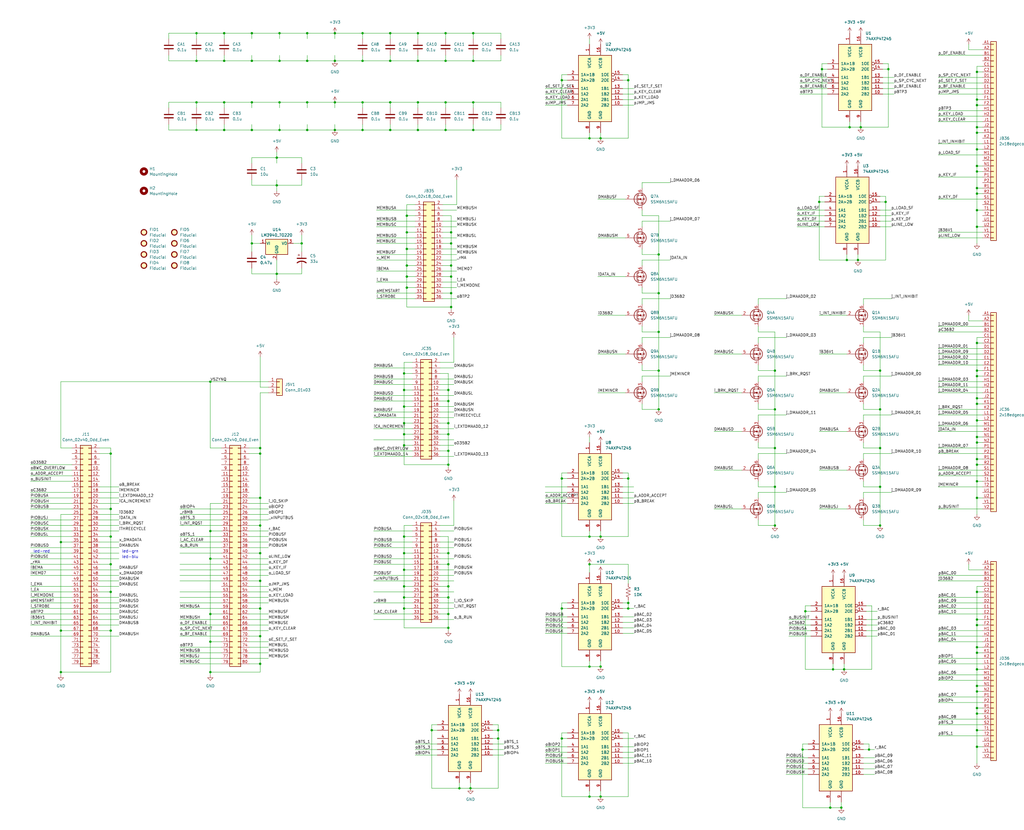
<source format=kicad_sch>
(kicad_sch (version 20230121) (generator eeschema)
  (paper "User" 469.9 381)
  (junction (at 96.52 294.64))
  (junction (at 128.27 15.24))
  (junction (at 102.87 27.94))
  (junction (at 185.42 279.4))
  (junction (at 205.74 199.39))
  (junction (at 96.52 243.84))
  (junction (at 50.8 289.56))
  (junction (at 448.31 182.88))
  (junction (at 153.67 59.69))
  (junction (at 185.42 194.31))
  (junction (at 448.31 104.14))
  (junction (at 270.51 63.5))
  (junction (at 119.38 266.7))
  (junction (at 185.42 199.39))
  (junction (at 50.8 259.08))
  (junction (at 153.67 15.24))
  (junction (at 288.29 219.71))
  (junction (at 448.31 317.5))
  (junction (at 207.01 111.76))
  (junction (at 448.31 157.48))
  (junction (at 207.01 121.92))
  (junction (at 448.31 325.12))
  (junction (at 27.94 289.56))
  (junction (at 448.31 78.74))
  (junction (at 138.43 111.76))
  (junction (at 153.67 46.99))
  (junction (at 205.74 207.01))
  (junction (at 210.82 361.95))
  (junction (at 179.07 27.94))
  (junction (at 119.38 279.4))
  (junction (at 119.38 254))
  (junction (at 448.31 228.6))
  (junction (at 96.52 175.26))
  (junction (at 448.31 68.58))
  (junction (at 448.31 172.72))
  (junction (at 90.17 27.94))
  (junction (at 27.94 248.92))
  (junction (at 96.52 281.94))
  (junction (at 448.31 48.26))
  (junction (at 257.81 339.09))
  (junction (at 389.89 58.42))
  (junction (at 448.31 33.02))
  (junction (at 403.86 170.18))
  (junction (at 207.01 134.62))
  (junction (at 448.31 203.2))
  (junction (at 448.31 200.66))
  (junction (at 448.31 299.72))
  (junction (at 166.37 27.94))
  (junction (at 115.57 27.94))
  (junction (at 185.42 204.47))
  (junction (at 179.07 46.99))
  (junction (at 179.07 59.69))
  (junction (at 403.86 223.52))
  (junction (at 407.67 31.75))
  (junction (at 185.42 171.45))
  (junction (at 217.17 15.24))
  (junction (at 186.69 106.68))
  (junction (at 288.29 276.86))
  (junction (at 388.62 119.38))
  (junction (at 207.01 127))
  (junction (at 394.97 58.42))
  (junction (at 448.31 220.98))
  (junction (at 207.01 140.97))
  (junction (at 448.31 342.9))
  (junction (at 270.51 306.07))
  (junction (at 90.17 46.99))
  (junction (at 448.31 170.18))
  (junction (at 302.26 170.18))
  (junction (at 128.27 59.69))
  (junction (at 386.08 370.84))
  (junction (at 205.74 254))
  (junction (at 119.38 208.28))
  (junction (at 448.31 88.9))
  (junction (at 257.81 219.71))
  (junction (at 204.47 27.94))
  (junction (at 153.67 27.94))
  (junction (at 185.42 246.38))
  (junction (at 90.17 59.69))
  (junction (at 355.6 241.3))
  (junction (at 166.37 15.24))
  (junction (at 50.8 208.28))
  (junction (at 128.27 27.94))
  (junction (at 217.17 59.69))
  (junction (at 355.6 170.18))
  (junction (at 448.31 213.36))
  (junction (at 205.74 274.32))
  (junction (at 185.42 261.62))
  (junction (at 115.57 15.24))
  (junction (at 204.47 59.69))
  (junction (at 448.31 335.28))
  (junction (at 127 72.39))
  (junction (at 128.27 46.99))
  (junction (at 207.01 106.68))
  (junction (at 115.57 46.99))
  (junction (at 119.38 205.74))
  (junction (at 270.51 246.38))
  (junction (at 102.87 46.99))
  (junction (at 355.6 187.96))
  (junction (at 302.26 134.62))
  (junction (at 186.69 114.3))
  (junction (at 448.31 314.96))
  (junction (at 369.57 280.67))
  (junction (at 205.74 179.07))
  (junction (at 448.31 76.2))
  (junction (at 275.59 365.76))
  (junction (at 50.8 246.38))
  (junction (at 185.42 179.07))
  (junction (at 50.8 271.78))
  (junction (at 140.97 15.24))
  (junction (at 302.26 152.4))
  (junction (at 406.4 92.71))
  (junction (at 179.07 15.24))
  (junction (at 185.42 186.69))
  (junction (at 448.31 284.48))
  (junction (at 186.69 127))
  (junction (at 204.47 46.99))
  (junction (at 398.78 344.17))
  (junction (at 228.6 339.09))
  (junction (at 288.29 279.4))
  (junction (at 215.9 361.95))
  (junction (at 166.37 59.69))
  (junction (at 302.26 187.96))
  (junction (at 205.74 288.29))
  (junction (at 198.12 335.28))
  (junction (at 387.35 307.34))
  (junction (at 119.38 241.3))
  (junction (at 302.26 116.84))
  (junction (at 185.42 254))
  (junction (at 191.77 59.69))
  (junction (at 448.31 45.72))
  (junction (at 205.74 194.31))
  (junction (at 448.31 185.42))
  (junction (at 448.31 271.78))
  (junction (at 186.69 132.08))
  (junction (at 217.17 27.94))
  (junction (at 186.69 99.06))
  (junction (at 205.74 269.24))
  (junction (at 119.38 292.1))
  (junction (at 191.77 15.24))
  (junction (at 448.31 60.96))
  (junction (at 377.19 31.75))
  (junction (at 448.31 287.02))
  (junction (at 275.59 63.5))
  (junction (at 96.52 308.61))
  (junction (at 140.97 46.99))
  (junction (at 191.77 46.99))
  (junction (at 368.3 344.17))
  (junction (at 50.8 233.68))
  (junction (at 275.59 246.38))
  (junction (at 448.31 307.34))
  (junction (at 119.38 228.6))
  (junction (at 185.42 269.24))
  (junction (at 140.97 27.94))
  (junction (at 96.52 256.54))
  (junction (at 403.86 187.96))
  (junction (at 381 370.84))
  (junction (at 403.86 241.3))
  (junction (at 217.17 46.99))
  (junction (at 119.38 304.8))
  (junction (at 166.37 46.99))
  (junction (at 448.31 58.42))
  (junction (at 275.59 306.07))
  (junction (at 205.74 213.36))
  (junction (at 448.31 210.82))
  (junction (at 448.31 297.18))
  (junction (at 102.87 15.24))
  (junction (at 382.27 307.34))
  (junction (at 228.6 335.28))
  (junction (at 127 125.73))
  (junction (at 204.47 15.24))
  (junction (at 115.57 111.76))
  (junction (at 205.74 259.08))
  (junction (at 270.51 365.76))
  (junction (at 185.42 274.32))
  (junction (at 375.92 92.71))
  (junction (at 27.94 308.61))
  (junction (at 270.51 259.08))
  (junction (at 257.81 36.83))
  (junction (at 102.87 59.69))
  (junction (at 90.17 15.24))
  (junction (at 403.86 205.74))
  (junction (at 115.57 59.69))
  (junction (at 355.6 205.74))
  (junction (at 257.81 279.4))
  (junction (at 205.74 184.15))
  (junction (at 393.7 119.38))
  (junction (at 140.97 59.69))
  (junction (at 448.31 86.36))
  (junction (at 448.31 327.66))
  (junction (at 288.29 36.83))
  (junction (at 205.74 281.94))
  (junction (at 186.69 121.92))
  (junction (at 191.77 27.94))
  (junction (at 127 85.09))
  (junction (at 448.31 193.04))
  (junction (at 355.6 223.52))
  (junction (at 448.31 96.52))
  (wire (pts (xy 185.42 171.45) (xy 185.42 179.07)))
  (wire (pts (xy 448.31 297.18) (xy 448.31 287.02)))
  (wire (pts (xy 398.78 341.63) (xy 396.24 341.63)))
  (wire (pts (xy 114.3 236.22) (xy 123.19 236.22)))
  (wire (pts (xy 77.47 25.4) (xy 77.47 27.94)))
  (wire (pts (xy 250.19 40.64) (xy 260.35 40.64)))
  (wire (pts (xy 448.31 78.74) (xy 450.85 78.74)))
  (wire (pts (xy 50.8 246.38) (xy 50.8 259.08)))
  (wire (pts (xy 228.6 332.74) (xy 228.6 335.28)))
  (wire (pts (xy 186.69 121.92) (xy 190.5 121.92)))
  (wire (pts (xy 360.68 350.52) (xy 370.84 350.52)))
  (wire (pts (xy 114.3 276.86) (xy 123.19 276.86)))
  (wire (pts (xy 185.42 288.29) (xy 205.74 288.29)))
  (wire (pts (xy 171.45 184.15) (xy 189.23 184.15)))
  (wire (pts (xy 203.2 137.16) (xy 209.55 137.16)))
  (wire (pts (xy 215.9 359.41) (xy 215.9 361.95)))
  (wire (pts (xy 372.11 278.13) (xy 369.57 278.13)))
  (wire (pts (xy 270.51 17.78) (xy 270.51 20.32)))
  (wire (pts (xy 90.17 46.99) (xy 77.47 46.99)))
  (wire (pts (xy 285.75 342.9) (xy 290.83 342.9)))
  (wire (pts (xy 166.37 57.15) (xy 166.37 59.69)))
  (wire (pts (xy 96.52 243.84) (xy 101.6 243.84)))
  (wire (pts (xy 201.93 266.7) (xy 208.28 266.7)))
  (wire (pts (xy 201.93 264.16) (xy 208.28 264.16)))
  (wire (pts (xy 393.7 119.38) (xy 388.62 119.38)))
  (wire (pts (xy 288.29 336.55) (xy 285.75 336.55)))
  (wire (pts (xy 448.31 33.02) (xy 448.31 30.48)))
  (wire (pts (xy 448.31 299.72) (xy 448.31 297.18)))
  (wire (pts (xy 405.13 40.64) (xy 410.21 40.64)))
  (wire (pts (xy 96.52 294.64) (xy 96.52 281.94)))
  (wire (pts (xy 274.32 109.22) (xy 287.02 109.22)))
  (wire (pts (xy 96.52 281.94) (xy 101.6 281.94)))
  (wire (pts (xy 448.31 111.76) (xy 448.31 104.14)))
  (wire (pts (xy 115.57 15.24) (xy 102.87 15.24)))
  (wire (pts (xy 13.97 256.54) (xy 33.02 256.54)))
  (wire (pts (xy 274.32 91.44) (xy 287.02 91.44)))
  (wire (pts (xy 208.28 166.37) (xy 201.93 166.37)))
  (wire (pts (xy 201.93 261.62) (xy 208.28 261.62)))
  (wire (pts (xy 172.72 104.14) (xy 190.5 104.14)))
  (wire (pts (xy 82.55 233.68) (xy 101.6 233.68)))
  (wire (pts (xy 96.52 175.26) (xy 96.52 205.74)))
  (wire (pts (xy 119.38 228.6) (xy 119.38 208.28)))
  (wire (pts (xy 294.64 96.52) (xy 294.64 99.06)))
  (wire (pts (xy 13.97 269.24) (xy 33.02 269.24)))
  (wire (pts (xy 217.17 27.94) (xy 229.87 27.94)))
  (wire (pts (xy 448.31 33.02) (xy 450.85 33.02)))
  (wire (pts (xy 171.45 189.23) (xy 189.23 189.23)))
  (wire (pts (xy 171.45 281.94) (xy 189.23 281.94)))
  (wire (pts (xy 257.81 279.4) (xy 257.81 306.07)))
  (wire (pts (xy 250.19 228.6) (xy 260.35 228.6)))
  (wire (pts (xy 448.31 203.2) (xy 450.85 203.2)))
  (wire (pts (xy 375.92 92.71) (xy 375.92 119.38)))
  (wire (pts (xy 369.57 280.67) (xy 372.11 280.67)))
  (wire (pts (xy 405.13 38.1) (xy 410.21 38.1)))
  (wire (pts (xy 115.57 15.24) (xy 115.57 17.78)))
  (wire (pts (xy 347.98 167.64) (xy 347.98 170.18)))
  (wire (pts (xy 186.69 99.06) (xy 190.5 99.06)))
  (wire (pts (xy 172.72 116.84) (xy 190.5 116.84)))
  (wire (pts (xy 250.19 288.29) (xy 260.35 288.29)))
  (wire (pts (xy 171.45 248.92) (xy 189.23 248.92)))
  (wire (pts (xy 347.98 137.16) (xy 360.68 137.16)))
  (wire (pts (xy 448.31 76.2) (xy 448.31 68.58)))
  (wire (pts (xy 13.97 246.38) (xy 33.02 246.38)))
  (wire (pts (xy 201.93 269.24) (xy 205.74 269.24)))
  (wire (pts (xy 114.3 271.78) (xy 123.19 271.78)))
  (wire (pts (xy 201.93 189.23) (xy 208.28 189.23)))
  (wire (pts (xy 448.31 297.18) (xy 450.85 297.18)))
  (wire (pts (xy 378.46 90.17) (xy 375.92 90.17)))
  (wire (pts (xy 204.47 15.24) (xy 204.47 17.78)))
  (wire (pts (xy 186.69 121.92) (xy 186.69 127)))
  (wire (pts (xy 185.42 204.47) (xy 189.23 204.47)))
  (wire (pts (xy 185.42 269.24) (xy 185.42 274.32)))
  (wire (pts (xy 114.3 302.26) (xy 123.19 302.26)))
  (wire (pts (xy 201.93 274.32) (xy 205.74 274.32)))
  (wire (pts (xy 45.72 264.16) (xy 54.61 264.16)))
  (wire (pts (xy 203.2 116.84) (xy 209.55 116.84)))
  (wire (pts (xy 347.98 210.82) (xy 347.98 208.28)))
  (wire (pts (xy 430.53 53.34) (xy 450.85 53.34)))
  (wire (pts (xy 257.81 306.07) (xy 270.51 306.07)))
  (wire (pts (xy 448.31 58.42) (xy 450.85 58.42)))
  (wire (pts (xy 201.93 204.47) (xy 208.28 204.47)))
  (wire (pts (xy 114.3 284.48) (xy 123.19 284.48)))
  (wire (pts (xy 396.24 137.16) (xy 408.94 137.16)))
  (wire (pts (xy 119.38 241.3) (xy 119.38 228.6)))
  (wire (pts (xy 430.53 289.56) (xy 450.85 289.56)))
  (wire (pts (xy 294.64 185.42) (xy 294.64 187.96)))
  (wire (pts (xy 13.97 231.14) (xy 33.02 231.14)))
  (wire (pts (xy 361.95 284.48) (xy 372.11 284.48)))
  (wire (pts (xy 375.92 233.68) (xy 388.62 233.68)))
  (wire (pts (xy 430.53 162.56) (xy 450.85 162.56)))
  (wire (pts (xy 185.42 279.4) (xy 189.23 279.4)))
  (wire (pts (xy 45.72 223.52) (xy 54.61 223.52)))
  (wire (pts (xy 191.77 15.24) (xy 191.77 17.78)))
  (wire (pts (xy 171.45 251.46) (xy 189.23 251.46)))
  (wire (pts (xy 45.72 271.78) (xy 50.8 271.78)))
  (wire (pts (xy 172.72 96.52) (xy 190.5 96.52)))
  (wire (pts (xy 407.67 31.75) (xy 407.67 29.21)))
  (wire (pts (xy 82.55 259.08) (xy 101.6 259.08)))
  (wire (pts (xy 257.81 339.09) (xy 257.81 365.76)))
  (wire (pts (xy 407.67 31.75) (xy 407.67 58.42)))
  (wire (pts (xy 448.31 104.14) (xy 448.31 96.52)))
  (wire (pts (xy 205.74 254) (xy 205.74 259.08)))
  (wire (pts (xy 138.43 123.19) (xy 138.43 125.73)))
  (wire (pts (xy 27.94 308.61) (xy 27.94 289.56)))
  (wire (pts (xy 347.98 139.7) (xy 347.98 137.16)))
  (wire (pts (xy 448.31 157.48) (xy 448.31 154.94)))
  (wire (pts (xy 288.29 259.08) (xy 270.51 259.08)))
  (wire (pts (xy 285.75 283.21) (xy 290.83 283.21)))
  (wire (pts (xy 13.97 220.98) (xy 33.02 220.98)))
  (wire (pts (xy 201.93 199.39) (xy 205.74 199.39)))
  (wire (pts (xy 396.24 353.06) (xy 401.32 353.06)))
  (wire (pts (xy 226.06 335.28) (xy 228.6 335.28)))
  (wire (pts (xy 403.86 187.96) (xy 403.86 205.74)))
  (wire (pts (xy 229.87 49.53) (xy 229.87 46.99)))
  (wire (pts (xy 185.42 261.62) (xy 185.42 269.24)))
  (wire (pts (xy 82.55 299.72) (xy 101.6 299.72)))
  (wire (pts (xy 90.17 57.15) (xy 90.17 59.69)))
  (wire (pts (xy 217.17 46.99) (xy 204.47 46.99)))
  (wire (pts (xy 209.55 82.55) (xy 209.55 93.98)))
  (wire (pts (xy 365.76 104.14) (xy 378.46 104.14)))
  (wire (pts (xy 381 370.84) (xy 381 368.3)))
  (wire (pts (xy 274.32 162.56) (xy 287.02 162.56)))
  (wire (pts (xy 138.43 72.39) (xy 138.43 74.93)))
  (wire (pts (xy 82.55 248.92) (xy 101.6 248.92)))
  (wire (pts (xy 45.72 205.74) (xy 50.8 205.74)))
  (wire (pts (xy 96.52 205.74) (xy 101.6 205.74)))
  (wire (pts (xy 185.42 279.4) (xy 185.42 288.29)))
  (wire (pts (xy 294.64 149.86) (xy 294.64 152.4)))
  (wire (pts (xy 189.23 166.37) (xy 185.42 166.37)))
  (wire (pts (xy 347.98 205.74) (xy 355.6 205.74)))
  (wire (pts (xy 153.67 25.4) (xy 153.67 27.94)))
  (wire (pts (xy 186.69 106.68) (xy 190.5 106.68)))
  (wire (pts (xy 201.93 271.78) (xy 208.28 271.78)))
  (wire (pts (xy 448.31 157.48) (xy 450.85 157.48)))
  (wire (pts (xy 430.53 40.64) (xy 450.85 40.64)))
  (wire (pts (xy 217.17 15.24) (xy 217.17 17.78)))
  (wire (pts (xy 288.29 219.71) (xy 288.29 246.38)))
  (wire (pts (xy 396.24 152.4) (xy 403.86 152.4)))
  (wire (pts (xy 400.05 278.13) (xy 397.51 278.13)))
  (wire (pts (xy 430.53 195.58) (xy 450.85 195.58)))
  (wire (pts (xy 119.38 279.4) (xy 119.38 266.7)))
  (wire (pts (xy 386.08 370.84) (xy 381 370.84)))
  (wire (pts (xy 172.72 124.46) (xy 190.5 124.46)))
  (wire (pts (xy 285.75 223.52) (xy 290.83 223.52)))
  (wire (pts (xy 430.53 106.68) (xy 450.85 106.68)))
  (wire (pts (xy 96.52 231.14) (xy 101.6 231.14)))
  (wire (pts (xy 186.69 132.08) (xy 190.5 132.08)))
  (wire (pts (xy 257.81 36.83) (xy 257.81 63.5)))
  (wire (pts (xy 379.73 29.21) (xy 377.19 29.21)))
  (wire (pts (xy 444.5 147.32) (xy 444.5 144.78)))
  (wire (pts (xy 270.51 246.38) (xy 270.51 243.84)))
  (wire (pts (xy 275.59 363.22) (xy 275.59 365.76)))
  (wire (pts (xy 448.31 193.04) (xy 448.31 185.42)))
  (wire (pts (xy 172.72 111.76) (xy 190.5 111.76)))
  (wire (pts (xy 13.97 218.44) (xy 33.02 218.44)))
  (wire (pts (xy 201.93 259.08) (xy 205.74 259.08)))
  (wire (pts (xy 201.93 254) (xy 205.74 254)))
  (wire (pts (xy 114.3 304.8) (xy 119.38 304.8)))
  (wire (pts (xy 45.72 259.08) (xy 50.8 259.08)))
  (wire (pts (xy 45.72 279.4) (xy 54.61 279.4)))
  (wire (pts (xy 45.72 284.48) (xy 54.61 284.48)))
  (wire (pts (xy 397.51 292.1) (xy 402.59 292.1)))
  (wire (pts (xy 77.47 27.94) (xy 90.17 27.94)))
  (wire (pts (xy 430.53 205.74) (xy 450.85 205.74)))
  (wire (pts (xy 82.55 302.26) (xy 101.6 302.26)))
  (wire (pts (xy 201.93 256.54) (xy 208.28 256.54)))
  (wire (pts (xy 369.57 280.67) (xy 369.57 307.34)))
  (wire (pts (xy 203.2 114.3) (xy 209.55 114.3)))
  (wire (pts (xy 448.31 30.48) (xy 450.85 30.48)))
  (wire (pts (xy 448.31 68.58) (xy 450.85 68.58)))
  (wire (pts (xy 270.51 200.66) (xy 270.51 203.2)))
  (wire (pts (xy 448.31 213.36) (xy 448.31 210.82)))
  (wire (pts (xy 203.2 132.08) (xy 209.55 132.08)))
  (wire (pts (xy 448.31 335.28) (xy 450.85 335.28)))
  (wire (pts (xy 82.55 271.78) (xy 101.6 271.78)))
  (wire (pts (xy 166.37 27.94) (xy 179.07 27.94)))
  (wire (pts (xy 45.72 281.94) (xy 54.61 281.94)))
  (wire (pts (xy 172.72 101.6) (xy 190.5 101.6)))
  (wire (pts (xy 430.53 175.26) (xy 450.85 175.26)))
  (wire (pts (xy 204.47 46.99) (xy 191.77 46.99)))
  (wire (pts (xy 201.93 243.84) (xy 208.28 243.84)))
  (wire (pts (xy 406.4 119.38) (xy 393.7 119.38)))
  (wire (pts (xy 119.38 177.8) (xy 123.19 177.8)))
  (wire (pts (xy 45.72 287.02) (xy 54.61 287.02)))
  (wire (pts (xy 375.92 119.38) (xy 388.62 119.38)))
  (wire (pts (xy 185.42 274.32) (xy 185.42 279.4)))
  (wire (pts (xy 13.97 215.9) (xy 33.02 215.9)))
  (wire (pts (xy 201.93 201.93) (xy 208.28 201.93)))
  (wire (pts (xy 386.08 368.3) (xy 386.08 370.84)))
  (wire (pts (xy 430.53 55.88) (xy 450.85 55.88)))
  (wire (pts (xy 90.17 25.4) (xy 90.17 27.94)))
  (wire (pts (xy 114.3 287.02) (xy 123.19 287.02)))
  (wire (pts (xy 205.74 259.08) (xy 205.74 269.24)))
  (wire (pts (xy 285.75 217.17) (xy 288.29 217.17)))
  (wire (pts (xy 119.38 304.8) (xy 119.38 292.1)))
  (wire (pts (xy 285.75 43.18) (xy 290.83 43.18)))
  (wire (pts (xy 114.3 248.92) (xy 123.19 248.92)))
  (wire (pts (xy 201.93 284.48) (xy 208.28 284.48)))
  (wire (pts (xy 260.35 276.86) (xy 257.81 276.86)))
  (wire (pts (xy 375.92 90.17) (xy 375.92 92.71)))
  (wire (pts (xy 274.32 180.34) (xy 287.02 180.34)))
  (wire (pts (xy 327.66 144.78) (xy 340.36 144.78)))
  (wire (pts (xy 140.97 15.24) (xy 140.97 17.78)))
  (wire (pts (xy 448.31 317.5) (xy 450.85 317.5)))
  (wire (pts (xy 203.2 127) (xy 207.01 127)))
  (wire (pts (xy 90.17 27.94) (xy 102.87 27.94)))
  (wire (pts (xy 430.53 309.88) (xy 450.85 309.88)))
  (wire (pts (xy 448.31 45.72) (xy 450.85 45.72)))
  (wire (pts (xy 96.52 308.61) (xy 96.52 294.64)))
  (wire (pts (xy 377.19 58.42) (xy 389.89 58.42)))
  (wire (pts (xy 203.2 119.38) (xy 209.55 119.38)))
  (wire (pts (xy 257.81 63.5) (xy 270.51 63.5)))
  (wire (pts (xy 82.55 266.7) (xy 101.6 266.7)))
  (wire (pts (xy 430.53 190.5) (xy 450.85 190.5)))
  (wire (pts (xy 430.53 198.12) (xy 450.85 198.12)))
  (wire (pts (xy 13.97 251.46) (xy 33.02 251.46)))
  (wire (pts (xy 430.53 152.4) (xy 450.85 152.4)))
  (wire (pts (xy 430.53 337.82) (xy 450.85 337.82)))
  (wire (pts (xy 347.98 154.94) (xy 360.68 154.94)))
  (wire (pts (xy 204.47 25.4) (xy 204.47 27.94)))
  (wire (pts (xy 172.72 109.22) (xy 190.5 109.22)))
  (wire (pts (xy 82.55 284.48) (xy 101.6 284.48)))
  (wire (pts (xy 27.94 236.22) (xy 33.02 236.22)))
  (wire (pts (xy 190.5 344.17) (xy 200.66 344.17)))
  (wire (pts (xy 448.31 58.42) (xy 448.31 48.26)))
  (wire (pts (xy 302.26 187.96) (xy 294.64 187.96)))
  (wire (pts (xy 128.27 25.4) (xy 128.27 27.94)))
  (wire (pts (xy 430.53 264.16) (xy 450.85 264.16)))
  (wire (pts (xy 448.31 269.24) (xy 450.85 269.24)))
  (wire (pts (xy 288.29 36.83) (xy 288.29 34.29)))
  (wire (pts (xy 275.59 306.07) (xy 270.51 306.07)))
  (wire (pts (xy 207.01 140.97) (xy 207.01 142.24)))
  (wire (pts (xy 430.53 208.28) (xy 450.85 208.28)))
  (wire (pts (xy 45.72 292.1) (xy 54.61 292.1)))
  (wire (pts (xy 302.26 116.84) (xy 302.26 134.62)))
  (wire (pts (xy 96.52 281.94) (xy 96.52 256.54)))
  (wire (pts (xy 285.75 231.14) (xy 290.83 231.14)))
  (wire (pts (xy 430.53 304.8) (xy 450.85 304.8)))
  (wire (pts (xy 50.8 259.08) (xy 50.8 271.78)))
  (wire (pts (xy 186.69 140.97) (xy 207.01 140.97)))
  (wire (pts (xy 13.97 274.32) (xy 33.02 274.32)))
  (wire (pts (xy 347.98 226.06) (xy 360.68 226.06)))
  (wire (pts (xy 171.45 176.53) (xy 189.23 176.53)))
  (wire (pts (xy 430.53 332.74) (xy 450.85 332.74)))
  (wire (pts (xy 228.6 339.09) (xy 228.6 361.95)))
  (wire (pts (xy 294.64 167.64) (xy 294.64 170.18)))
  (wire (pts (xy 27.94 308.61) (xy 50.8 308.61)))
  (wire (pts (xy 430.53 330.2) (xy 450.85 330.2)))
  (wire (pts (xy 207.01 127) (xy 207.01 134.62)))
  (wire (pts (xy 207.01 111.76) (xy 207.01 121.92)))
  (wire (pts (xy 294.64 114.3) (xy 294.64 116.84)))
  (wire (pts (xy 302.26 170.18) (xy 302.26 187.96)))
  (wire (pts (xy 205.74 288.29) (xy 205.74 289.56)))
  (wire (pts (xy 77.47 59.69) (xy 90.17 59.69)))
  (wire (pts (xy 403.86 241.3) (xy 396.24 241.3)))
  (wire (pts (xy 114.3 233.68) (xy 123.19 233.68)))
  (wire (pts (xy 179.07 46.99) (xy 166.37 46.99)))
  (wire (pts (xy 327.66 233.68) (xy 340.36 233.68)))
  (wire (pts (xy 128.27 15.24) (xy 115.57 15.24)))
  (wire (pts (xy 430.53 81.28) (xy 450.85 81.28)))
  (wire (pts (xy 302.26 134.62) (xy 302.26 152.4)))
  (wire (pts (xy 260.35 217.17) (xy 257.81 217.17)))
  (wire (pts (xy 430.53 218.44) (xy 450.85 218.44)))
  (wire (pts (xy 82.55 241.3) (xy 101.6 241.3)))
  (wire (pts (xy 448.31 342.9) (xy 450.85 342.9)))
  (wire (pts (xy 257.81 34.29) (xy 257.81 36.83)))
  (wire (pts (xy 171.45 168.91) (xy 189.23 168.91)))
  (wire (pts (xy 179.07 59.69) (xy 191.77 59.69)))
  (wire (pts (xy 119.38 180.34) (xy 123.19 180.34)))
  (wire (pts (xy 430.53 292.1) (xy 450.85 292.1)))
  (wire (pts (xy 127 125.73) (xy 115.57 125.73)))
  (wire (pts (xy 347.98 149.86) (xy 347.98 152.4)))
  (wire (pts (xy 114.3 269.24) (xy 123.19 269.24)))
  (wire (pts (xy 365.76 101.6) (xy 378.46 101.6)))
  (wire (pts (xy 257.81 219.71) (xy 257.81 246.38)))
  (wire (pts (xy 448.31 104.14) (xy 450.85 104.14)))
  (wire (pts (xy 191.77 25.4) (xy 191.77 27.94)))
  (wire (pts (xy 127 72.39) (xy 138.43 72.39)))
  (wire (pts (xy 172.72 119.38) (xy 190.5 119.38)))
  (wire (pts (xy 347.98 187.96) (xy 355.6 187.96)))
  (wire (pts (xy 448.31 182.88) (xy 448.31 172.72)))
  (wire (pts (xy 205.74 207.01) (xy 205.74 213.36)))
  (wire (pts (xy 448.31 48.26) (xy 448.31 45.72)))
  (wire (pts (xy 179.07 25.4) (xy 179.07 27.94)))
  (wire (pts (xy 140.97 25.4) (xy 140.97 27.94)))
  (wire (pts (xy 82.55 238.76) (xy 101.6 238.76)))
  (wire (pts (xy 347.98 223.52) (xy 355.6 223.52)))
  (wire (pts (xy 96.52 308.61) (xy 119.38 308.61)))
  (wire (pts (xy 203.2 121.92) (xy 207.01 121.92)))
  (wire (pts (xy 302.26 152.4) (xy 302.26 170.18)))
  (wire (pts (xy 127 72.39) (xy 127 74.93)))
  (wire (pts (xy 448.31 325.12) (xy 450.85 325.12)))
  (wire (pts (xy 294.64 172.72) (xy 307.34 172.72)))
  (wire (pts (xy 448.31 78.74) (xy 448.31 76.2)))
  (wire (pts (xy 208.28 154.94) (xy 208.28 166.37)))
  (wire (pts (xy 128.27 27.94) (xy 140.97 27.94)))
  (wire (pts (xy 171.45 243.84) (xy 189.23 243.84)))
  (wire (pts (xy 45.72 228.6) (xy 54.61 228.6)))
  (wire (pts (xy 119.38 163.83) (xy 119.38 177.8)))
  (wire (pts (xy 257.81 336.55) (xy 257.81 339.09)))
  (wire (pts (xy 201.93 176.53) (xy 208.28 176.53)))
  (wire (pts (xy 114.3 274.32) (xy 123.19 274.32)))
  (wire (pts (xy 205.74 274.32) (xy 205.74 281.94)))
  (wire (pts (xy 396.24 208.28) (xy 408.94 208.28)))
  (wire (pts (xy 375.92 180.34) (xy 388.62 180.34)))
  (wire (pts (xy 285.75 48.26) (xy 290.83 48.26)))
  (wire (pts (xy 394.97 55.88) (xy 394.97 58.42)))
  (wire (pts (xy 13.97 264.16) (xy 33.02 264.16)))
  (wire (pts (xy 204.47 15.24) (xy 191.77 15.24)))
  (wire (pts (xy 396.24 210.82) (xy 396.24 208.28)))
  (wire (pts (xy 90.17 15.24) (xy 90.17 17.78)))
  (wire (pts (xy 393.7 116.84) (xy 393.7 119.38)))
  (wire (pts (xy 396.24 347.98) (xy 401.32 347.98)))
  (wire (pts (xy 257.81 246.38) (xy 270.51 246.38)))
  (wire (pts (xy 396.24 350.52) (xy 401.32 350.52)))
  (wire (pts (xy 45.72 254) (xy 54.61 254)))
  (wire (pts (xy 396.24 157.48) (xy 396.24 154.94)))
  (wire (pts (xy 250.19 350.52) (xy 260.35 350.52)))
  (wire (pts (xy 257.81 339.09) (xy 260.35 339.09)))
  (wire (pts (xy 201.93 207.01) (xy 205.74 207.01)))
  (wire (pts (xy 205.74 281.94) (xy 205.74 288.29)))
  (wire (pts (xy 370.84 341.63) (xy 368.3 341.63)))
  (wire (pts (xy 138.43 115.57) (xy 138.43 111.76)))
  (wire (pts (xy 191.77 15.24) (xy 179.07 15.24)))
  (wire (pts (xy 250.19 283.21) (xy 260.35 283.21)))
  (wire (pts (xy 102.87 15.24) (xy 102.87 17.78)))
  (wire (pts (xy 27.94 248.92) (xy 33.02 248.92)))
  (wire (pts (xy 45.72 276.86) (xy 54.61 276.86)))
  (wire (pts (xy 119.38 205.74) (xy 114.3 205.74)))
  (wire (pts (xy 448.31 210.82) (xy 450.85 210.82)))
  (wire (pts (xy 201.93 191.77) (xy 208.28 191.77)))
  (wire (pts (xy 114.3 292.1) (xy 119.38 292.1)))
  (wire (pts (xy 228.6 332.74) (xy 226.06 332.74)))
  (wire (pts (xy 403.86 104.14) (xy 408.94 104.14)))
  (wire (pts (xy 82.55 297.18) (xy 101.6 297.18)))
  (wire (pts (xy 45.72 238.76) (xy 54.61 238.76)))
  (wire (pts (xy 185.42 186.69) (xy 189.23 186.69)))
  (wire (pts (xy 115.57 25.4) (xy 115.57 27.94)))
  (wire (pts (xy 448.31 314.96) (xy 448.31 307.34)))
  (wire (pts (xy 191.77 27.94) (xy 204.47 27.94)))
  (wire (pts (xy 217.17 46.99) (xy 217.17 49.53)))
  (wire (pts (xy 13.97 261.62) (xy 33.02 261.62)))
  (wire (pts (xy 430.53 160.02) (xy 450.85 160.02)))
  (wire (pts (xy 201.93 168.91) (xy 208.28 168.91)))
  (wire (pts (xy 396.24 205.74) (xy 403.86 205.74)))
  (wire (pts (xy 128.27 15.24) (xy 128.27 17.78)))
  (wire (pts (xy 45.72 226.06) (xy 54.61 226.06)))
  (wire (pts (xy 294.64 83.82) (xy 307.34 83.82)))
  (wire (pts (xy 205.74 213.36) (xy 205.74 214.63)))
  (wire (pts (xy 171.45 209.55) (xy 189.23 209.55)))
  (wire (pts (xy 179.07 15.24) (xy 179.07 17.78)))
  (wire (pts (xy 140.97 27.94) (xy 153.67 27.94)))
  (wire (pts (xy 186.69 106.68) (xy 186.69 114.3)))
  (wire (pts (xy 275.59 243.84) (xy 275.59 246.38)))
  (wire (pts (xy 444.5 261.62) (xy 444.5 259.08)))
  (wire (pts (xy 430.53 180.34) (xy 450.85 180.34)))
  (wire (pts (xy 13.97 292.1) (xy 33.02 292.1)))
  (wire (pts (xy 396.24 355.6) (xy 401.32 355.6)))
  (wire (pts (xy 365.76 99.06) (xy 378.46 99.06)))
  (wire (pts (xy 185.42 194.31) (xy 185.42 199.39)))
  (wire (pts (xy 396.24 139.7) (xy 396.24 137.16)))
  (wire (pts (xy 217.17 25.4) (xy 217.17 27.94)))
  (wire (pts (xy 27.94 289.56) (xy 27.94 248.92)))
  (wire (pts (xy 13.97 233.68) (xy 33.02 233.68)))
  (wire (pts (xy 186.69 99.06) (xy 186.69 106.68)))
  (wire (pts (xy 347.98 208.28) (xy 360.68 208.28)))
  (wire (pts (xy 171.45 266.7) (xy 189.23 266.7)))
  (wire (pts (xy 270.51 259.08) (xy 270.51 262.89)))
  (wire (pts (xy 185.42 199.39) (xy 185.42 204.47)))
  (wire (pts (xy 275.59 60.96) (xy 275.59 63.5)))
  (wire (pts (xy 288.29 36.83) (xy 288.29 63.5)))
  (wire (pts (xy 397.51 280.67) (xy 402.59 280.67)))
  (wire (pts (xy 96.52 243.84) (xy 96.52 231.14)))
  (wire (pts (xy 274.32 127) (xy 287.02 127)))
  (wire (pts (xy 270.51 63.5) (xy 270.51 60.96)))
  (wire (pts (xy 166.37 25.4) (xy 166.37 27.94)))
  (wire (pts (xy 203.2 134.62) (xy 207.01 134.62)))
  (wire (pts (xy 377.19 31.75) (xy 377.19 58.42)))
  (wire (pts (xy 201.93 248.92) (xy 208.28 248.92)))
  (wire (pts (xy 201.93 173.99) (xy 208.28 173.99)))
  (wire (pts (xy 396.24 185.42) (xy 396.24 187.96)))
  (wire (pts (xy 294.64 170.18) (xy 302.26 170.18)))
  (wire (pts (xy 191.77 59.69) (xy 204.47 59.69)))
  (wire (pts (xy 257.81 276.86) (xy 257.81 279.4)))
  (wire (pts (xy 82.55 251.46) (xy 101.6 251.46)))
  (wire (pts (xy 172.72 137.16) (xy 190.5 137.16)))
  (wire (pts (xy 166.37 15.24) (xy 153.67 15.24)))
  (wire (pts (xy 50.8 208.28) (xy 50.8 233.68)))
  (wire (pts (xy 179.07 46.99) (xy 179.07 49.53)))
  (wire (pts (xy 448.31 88.9) (xy 450.85 88.9)))
  (wire (pts (xy 185.42 213.36) (xy 205.74 213.36)))
  (wire (pts (xy 448.31 172.72) (xy 450.85 172.72)))
  (wire (pts (xy 250.19 231.14) (xy 260.35 231.14)))
  (wire (pts (xy 294.64 175.26) (xy 294.64 172.72)))
  (wire (pts (xy 448.31 48.26) (xy 450.85 48.26)))
  (wire (pts (xy 403.86 99.06) (xy 408.94 99.06)))
  (wire (pts (xy 207.01 99.06) (xy 207.01 106.68)))
  (wire (pts (xy 375.92 198.12) (xy 388.62 198.12)))
  (wire (pts (xy 450.85 147.32) (xy 444.5 147.32)))
  (wire (pts (xy 119.38 266.7) (xy 119.38 254)))
  (wire (pts (xy 397.51 289.56) (xy 402.59 289.56)))
  (wire (pts (xy 82.55 254) (xy 101.6 254)))
  (wire (pts (xy 294.64 86.36) (xy 294.64 83.82)))
  (wire (pts (xy 448.31 284.48) (xy 448.31 271.78)))
  (wire (pts (xy 430.53 165.1) (xy 450.85 165.1)))
  (wire (pts (xy 82.55 292.1) (xy 101.6 292.1)))
  (wire (pts (xy 13.97 243.84) (xy 33.02 243.84)))
  (wire (pts (xy 205.74 199.39) (xy 205.74 207.01)))
  (wire (pts (xy 77.47 57.15) (xy 77.47 59.69)))
  (wire (pts (xy 179.07 15.24) (xy 166.37 15.24)))
  (wire (pts (xy 285.75 290.83) (xy 290.83 290.83)))
  (wire (pts (xy 90.17 59.69) (xy 102.87 59.69)))
  (wire (pts (xy 185.42 199.39) (xy 189.23 199.39)))
  (wire (pts (xy 13.97 279.4) (xy 33.02 279.4)))
  (wire (pts (xy 102.87 25.4) (xy 102.87 27.94)))
  (wire (pts (xy 166.37 46.99) (xy 166.37 49.53)))
  (wire (pts (xy 347.98 152.4) (xy 355.6 152.4)))
  (wire (pts (xy 201.93 279.4) (xy 208.28 279.4)))
  (wire (pts (xy 115.57 46.99) (xy 115.57 49.53)))
  (wire (pts (xy 430.53 312.42) (xy 450.85 312.42)))
  (wire (pts (xy 207.01 121.92) (xy 207.01 127)))
  (wire (pts (xy 190.5 346.71) (xy 200.66 346.71)))
  (wire (pts (xy 430.53 320.04) (xy 450.85 320.04)))
  (wire (pts (xy 217.17 57.15) (xy 217.17 59.69)))
  (wire (pts (xy 394.97 58.42) (xy 389.89 58.42)))
  (wire (pts (xy 396.24 187.96) (xy 403.86 187.96)))
  (wire (pts (xy 347.98 238.76) (xy 347.98 241.3)))
  (wire (pts (xy 405.13 29.21) (xy 407.67 29.21)))
  (wire (pts (xy 430.53 109.22) (xy 450.85 109.22)))
  (wire (pts (xy 430.53 177.8) (xy 450.85 177.8)))
  (wire (pts (xy 396.24 223.52) (xy 403.86 223.52)))
  (wire (pts (xy 204.47 27.94) (xy 217.17 27.94)))
  (wire (pts (xy 250.19 48.26) (xy 260.35 48.26)))
  (wire (pts (xy 377.19 31.75) (xy 379.73 31.75)))
  (wire (pts (xy 186.69 127) (xy 186.69 132.08)))
  (wire (pts (xy 294.64 154.94) (xy 307.34 154.94)))
  (wire (pts (xy 166.37 46.99) (xy 153.67 46.99)))
  (wire (pts (xy 347.98 220.98) (xy 347.98 223.52)))
  (wire (pts (xy 171.45 201.93) (xy 189.23 201.93)))
  (wire (pts (xy 377.19 29.21) (xy 377.19 31.75)))
  (wire (pts (xy 153.67 46.99) (xy 153.67 49.53)))
  (wire (pts (xy 288.29 365.76) (xy 275.59 365.76)))
  (wire (pts (xy 430.53 322.58) (xy 450.85 322.58)))
  (wire (pts (xy 171.45 276.86) (xy 189.23 276.86)))
  (wire (pts (xy 274.32 144.78) (xy 287.02 144.78)))
  (wire (pts (xy 13.97 228.6) (xy 33.02 228.6)))
  (wire (pts (xy 448.31 284.48) (xy 450.85 284.48)))
  (wire (pts (xy 448.31 314.96) (xy 450.85 314.96)))
  (wire (pts (xy 396.24 172.72) (xy 408.94 172.72)))
  (wire (pts (xy 430.53 215.9) (xy 450.85 215.9)))
  (wire (pts (xy 207.01 134.62) (xy 207.01 140.97)))
  (wire (pts (xy 27.94 175.26) (xy 27.94 205.74)))
  (wire (pts (xy 127 85.09) (xy 127 87.63)))
  (wire (pts (xy 205.74 194.31) (xy 205.74 199.39)))
  (wire (pts (xy 448.31 307.34) (xy 450.85 307.34)))
  (wire (pts (xy 368.3 344.17) (xy 370.84 344.17)))
  (wire (pts (xy 172.72 129.54) (xy 190.5 129.54)))
  (wire (pts (xy 250.19 43.18) (xy 260.35 43.18)))
  (wire (pts (xy 360.68 353.06) (xy 370.84 353.06)))
  (wire (pts (xy 228.6 335.28) (xy 228.6 339.09)))
  (wire (pts (xy 448.31 307.34) (xy 448.31 299.72)))
  (wire (pts (xy 200.66 332.74) (xy 198.12 332.74)))
  (wire (pts (xy 190.5 93.98) (xy 186.69 93.98)))
  (wire (pts (xy 201.93 186.69) (xy 208.28 186.69)))
  (wire (pts (xy 257.81 219.71) (xy 260.35 219.71)))
  (wire (pts (xy 208.28 241.3) (xy 201.93 241.3)))
  (wire (pts (xy 45.72 233.68) (xy 50.8 233.68)))
  (wire (pts (xy 186.69 114.3) (xy 190.5 114.3)))
  (wire (pts (xy 229.87 27.94) (xy 229.87 25.4)))
  (wire (pts (xy 185.42 166.37) (xy 185.42 171.45)))
  (wire (pts (xy 119.38 205.74) (xy 119.38 180.34)))
  (wire (pts (xy 250.19 45.72) (xy 260.35 45.72)))
  (wire (pts (xy 185.42 204.47) (xy 185.42 213.36)))
  (wire (pts (xy 294.64 157.48) (xy 294.64 154.94)))
  (wire (pts (xy 430.53 223.52) (xy 450.85 223.52)))
  (wire (pts (xy 396.24 203.2) (xy 396.24 205.74)))
  (wire (pts (xy 153.67 27.94) (xy 166.37 27.94)))
  (wire (pts (xy 294.64 121.92) (xy 294.64 119.38)))
  (wire (pts (xy 201.93 196.85) (xy 208.28 196.85)))
  (wire (pts (xy 114.3 208.28) (xy 119.38 208.28)))
  (wire (pts (xy 382.27 307.34) (xy 382.27 304.8)))
  (wire (pts (xy 102.87 46.99) (xy 102.87 49.53)))
  (wire (pts (xy 275.59 246.38) (xy 270.51 246.38)))
  (wire (pts (xy 90.17 46.99) (xy 90.17 49.53)))
  (wire (pts (xy 115.57 111.76) (xy 119.38 111.76)))
  (wire (pts (xy 355.6 205.74) (xy 355.6 223.52)))
  (wire (pts (xy 226.06 339.09) (xy 228.6 339.09)))
  (wire (pts (xy 114.3 228.6) (xy 119.38 228.6)))
  (wire (pts (xy 96.52 256.54) (xy 96.52 243.84)))
  (wire (pts (xy 448.31 200.66) (xy 448.31 193.04)))
  (wire (pts (xy 294.64 132.08) (xy 294.64 134.62)))
  (wire (pts (xy 448.31 236.22) (xy 448.31 228.6)))
  (wire (pts (xy 448.31 60.96) (xy 448.31 58.42)))
  (wire (pts (xy 448.31 182.88) (xy 450.85 182.88)))
  (wire (pts (xy 203.2 101.6) (xy 209.55 101.6)))
  (wire (pts (xy 119.38 208.28) (xy 119.38 205.74)))
  (wire (pts (xy 396.24 238.76) (xy 396.24 241.3)))
  (wire (pts (xy 226.06 344.17) (xy 231.14 344.17)))
  (wire (pts (xy 166.37 15.24) (xy 166.37 17.78)))
  (wire (pts (xy 128.27 46.99) (xy 115.57 46.99)))
  (wire (pts (xy 229.87 17.78) (xy 229.87 15.24)))
  (wire (pts (xy 430.53 66.04) (xy 450.85 66.04)))
  (wire (pts (xy 171.45 196.85) (xy 189.23 196.85)))
  (wire (pts (xy 229.87 46.99) (xy 217.17 46.99)))
  (wire (pts (xy 448.31 228.6) (xy 448.31 220.98)))
  (wire (pts (xy 191.77 46.99) (xy 179.07 46.99)))
  (wire (pts (xy 179.07 27.94) (xy 191.77 27.94)))
  (wire (pts (xy 448.31 271.78) (xy 450.85 271.78)))
  (wire (pts (xy 260.35 336.55) (xy 257.81 336.55)))
  (wire (pts (xy 448.31 327.66) (xy 450.85 327.66)))
  (wire (pts (xy 96.52 256.54) (xy 101.6 256.54)))
  (wire (pts (xy 448.31 287.02) (xy 450.85 287.02)))
  (wire (pts (xy 185.42 246.38) (xy 189.23 246.38)))
  (wire (pts (xy 396.24 154.94) (xy 408.94 154.94)))
  (wire (pts (xy 406.4 92.71) (xy 406.4 119.38)))
  (wire (pts (xy 448.31 299.72) (xy 450.85 299.72)))
  (wire (pts (xy 405.13 43.18) (xy 410.21 43.18)))
  (wire (pts (xy 153.67 15.24) (xy 140.97 15.24)))
  (wire (pts (xy 403.86 101.6) (xy 408.94 101.6)))
  (wire (pts (xy 448.31 170.18) (xy 450.85 170.18)))
  (wire (pts (xy 285.75 288.29) (xy 290.83 288.29)))
  (wire (pts (xy 119.38 308.61) (xy 119.38 304.8)))
  (wire (pts (xy 229.87 15.24) (xy 217.17 15.24)))
  (wire (pts (xy 250.19 342.9) (xy 260.35 342.9)))
  (wire (pts (xy 203.2 104.14) (xy 209.55 104.14)))
  (wire (pts (xy 201.93 246.38) (xy 205.74 246.38)))
  (wire (pts (xy 430.53 167.64) (xy 450.85 167.64)))
  (wire (pts (xy 288.29 34.29) (xy 285.75 34.29)))
  (wire (pts (xy 114.3 297.18) (xy 123.19 297.18)))
  (wire (pts (xy 367.03 40.64) (xy 379.73 40.64)))
  (wire (pts (xy 114.3 243.84) (xy 123.19 243.84)))
  (wire (pts (xy 448.31 185.42) (xy 450.85 185.42)))
  (wire (pts (xy 260.35 34.29) (xy 257.81 34.29)))
  (wire (pts (xy 448.31 154.94) (xy 450.85 154.94)))
  (wire (pts (xy 403.86 223.52) (xy 403.86 241.3)))
  (wire (pts (xy 115.57 85.09) (xy 127 85.09)))
  (wire (pts (xy 405.13 31.75) (xy 407.67 31.75)))
  (wire (pts (xy 285.75 350.52) (xy 290.83 350.52)))
  (wire (pts (xy 203.2 96.52) (xy 209.55 96.52)))
  (wire (pts (xy 127 119.38) (xy 127 125.73)))
  (wire (pts (xy 27.94 175.26) (xy 96.52 175.26)))
  (wire (pts (xy 13.97 271.78) (xy 33.02 271.78)))
  (wire (pts (xy 201.93 184.15) (xy 205.74 184.15)))
  (wire (pts (xy 140.97 15.24) (xy 128.27 15.24)))
  (wire (pts (xy 448.31 228.6) (xy 450.85 228.6)))
  (wire (pts (xy 172.72 134.62) (xy 190.5 134.62)))
  (wire (pts (xy 448.31 76.2) (xy 450.85 76.2)))
  (wire (pts (xy 294.64 116.84) (xy 302.26 116.84)))
  (wire (pts (xy 285.75 219.71) (xy 288.29 219.71)))
  (wire (pts (xy 50.8 271.78) (xy 50.8 289.56)))
  (wire (pts (xy 115.57 107.95) (xy 115.57 111.76)))
  (wire (pts (xy 45.72 261.62) (xy 54.61 261.62)))
  (wire (pts (xy 191.77 46.99) (xy 191.77 49.53)))
  (wire (pts (xy 430.53 266.7) (xy 450.85 266.7)))
  (wire (pts (xy 430.53 276.86) (xy 450.85 276.86)))
  (wire (pts (xy 327.66 162.56) (xy 340.36 162.56)))
  (wire (pts (xy 114.3 259.08) (xy 123.19 259.08)))
  (wire (pts (xy 186.69 132.08) (xy 186.69 140.97)))
  (wire (pts (xy 45.72 274.32) (xy 54.61 274.32)))
  (wire (pts (xy 115.57 72.39) (xy 127 72.39)))
  (wire (pts (xy 45.72 231.14) (xy 54.61 231.14)))
  (wire (pts (xy 403.86 96.52) (xy 408.94 96.52)))
  (wire (pts (xy 50.8 205.74) (xy 50.8 208.28)))
  (wire (pts (xy 203.2 109.22) (xy 209.55 109.22)))
  (wire (pts (xy 115.57 74.93) (xy 115.57 72.39)))
  (wire (pts (xy 45.72 251.46) (xy 54.61 251.46)))
  (wire (pts (xy 114.3 251.46) (xy 123.19 251.46)))
  (wire (pts (xy 398.78 341.63) (xy 398.78 344.17)))
  (wire (pts (xy 450.85 22.86) (xy 444.5 22.86)))
  (wire (pts (xy 448.31 86.36) (xy 450.85 86.36)))
  (wire (pts (xy 114.3 231.14) (xy 123.19 231.14)))
  (wire (pts (xy 185.42 171.45) (xy 189.23 171.45)))
  (wire (pts (xy 347.98 172.72) (xy 360.68 172.72)))
  (wire (pts (xy 361.95 289.56) (xy 372.11 289.56)))
  (wire (pts (xy 50.8 233.68) (xy 50.8 246.38)))
  (wire (pts (xy 201.93 209.55) (xy 208.28 209.55)))
  (wire (pts (xy 444.5 22.86) (xy 444.5 20.32)))
  (wire (pts (xy 185.42 179.07) (xy 189.23 179.07)))
  (wire (pts (xy 13.97 241.3) (xy 33.02 241.3)))
  (wire (pts (xy 294.64 152.4) (xy 302.26 152.4)))
  (wire (pts (xy 205.74 184.15) (xy 205.74 194.31)))
  (wire (pts (xy 203.2 124.46) (xy 209.55 124.46)))
  (wire (pts (xy 204.47 57.15) (xy 204.47 59.69)))
  (wire (pts (xy 198.12 335.28) (xy 200.66 335.28)))
  (wire (pts (xy 448.31 327.66) (xy 448.31 325.12)))
  (wire (pts (xy 250.19 290.83) (xy 260.35 290.83)))
  (wire (pts (xy 140.97 59.69) (xy 153.67 59.69)))
  (wire (pts (xy 186.69 93.98) (xy 186.69 99.06)))
  (wire (pts (xy 347.98 203.2) (xy 347.98 205.74)))
  (wire (pts (xy 134.62 111.76) (xy 138.43 111.76)))
  (wire (pts (xy 396.24 344.17) (xy 398.78 344.17)))
  (wire (pts (xy 369.57 278.13) (xy 369.57 280.67)))
  (wire (pts (xy 288.29 217.17) (xy 288.29 219.71)))
  (wire (pts (xy 270.51 365.76) (xy 270.51 363.22)))
  (wire (pts (xy 387.35 304.8) (xy 387.35 307.34)))
  (wire (pts (xy 396.24 226.06) (xy 408.94 226.06)))
  (wire (pts (xy 27.94 248.92) (xy 27.94 236.22)))
  (wire (pts (xy 288.29 336.55) (xy 288.29 365.76)))
  (wire (pts (xy 396.24 190.5) (xy 408.94 190.5)))
  (wire (pts (xy 128.27 57.15) (xy 128.27 59.69)))
  (wire (pts (xy 396.24 220.98) (xy 396.24 223.52)))
  (wire (pts (xy 153.67 59.69) (xy 166.37 59.69)))
  (wire (pts (xy 115.57 57.15) (xy 115.57 59.69)))
  (wire (pts (xy 115.57 59.69) (xy 128.27 59.69)))
  (wire (pts (xy 367.03 43.18) (xy 379.73 43.18)))
  (wire (pts (xy 388.62 119.38) (xy 388.62 116.84)))
  (wire (pts (xy 430.53 50.8) (xy 450.85 50.8)))
  (wire (pts (xy 114.3 254) (xy 119.38 254)))
  (wire (pts (xy 430.53 71.12) (xy 450.85 71.12)))
  (wire (pts (xy 288.29 279.4) (xy 290.83 279.4)))
  (wire (pts (xy 285.75 226.06) (xy 290.83 226.06)))
  (wire (pts (xy 50.8 289.56) (xy 45.72 289.56)))
  (wire (pts (xy 360.68 355.6) (xy 370.84 355.6)))
  (wire (pts (xy 403.86 92.71) (xy 406.4 92.71)))
  (wire (pts (xy 204.47 59.69) (xy 217.17 59.69)))
  (wire (pts (xy 171.45 284.48) (xy 189.23 284.48)))
  (wire (pts (xy 448.31 96.52) (xy 450.85 96.52)))
  (wire (pts (xy 102.87 57.15) (xy 102.87 59.69)))
  (wire (pts (xy 397.51 284.48) (xy 402.59 284.48)))
  (wire (pts (xy 327.66 180.34) (xy 340.36 180.34)))
  (wire (pts (xy 102.87 46.99) (xy 90.17 46.99)))
  (wire (pts (xy 288.29 267.97) (xy 288.29 259.08)))
  (wire (pts (xy 114.3 294.64) (xy 123.19 294.64)))
  (wire (pts (xy 375.92 215.9) (xy 388.62 215.9)))
  (wire (pts (xy 288.29 276.86) (xy 285.75 276.86)))
  (wire (pts (xy 205.74 179.07) (xy 205.74 184.15)))
  (wire (pts (xy 27.94 309.88) (xy 27.94 308.61)))
  (wire (pts (xy 396.24 175.26) (xy 396.24 172.72)))
  (wire (pts (xy 207.01 106.68) (xy 207.01 111.76)))
  (wire (pts (xy 430.53 274.32) (xy 450.85 274.32)))
  (wire (pts (xy 185.42 179.07) (xy 185.42 186.69)))
  (wire (pts (xy 128.27 59.69) (xy 140.97 59.69)))
  (wire (pts (xy 448.31 86.36) (xy 448.31 78.74)))
  (wire (pts (xy 115.57 115.57) (xy 115.57 111.76)))
  (wire (pts (xy 185.42 269.24) (xy 189.23 269.24)))
  (wire (pts (xy 448.31 60.96) (xy 450.85 60.96)))
  (wire (pts (xy 250.19 345.44) (xy 260.35 345.44)))
  (wire (pts (xy 114.3 264.16) (xy 123.19 264.16)))
  (wire (pts (xy 123.19 175.26) (xy 96.52 175.26)))
  (wire (pts (xy 355.6 241.3) (xy 347.98 241.3)))
  (wire (pts (xy 448.31 200.66) (xy 450.85 200.66)))
  (wire (pts (xy 450.85 261.62) (xy 444.5 261.62)))
  (wire (pts (xy 115.57 123.19) (xy 115.57 125.73)))
  (wire (pts (xy 201.93 179.07) (xy 205.74 179.07)))
  (wire (pts (xy 217.17 15.24) (xy 204.47 15.24)))
  (wire (pts (xy 403.86 170.18) (xy 403.86 187.96)))
  (wire (pts (xy 257.81 279.4) (xy 260.35 279.4)))
  (wire (pts (xy 250.19 223.52) (xy 260.35 223.52)))
  (wire (pts (xy 185.42 274.32) (xy 189.23 274.32)))
  (wire (pts (xy 186.69 127) (xy 190.5 127)))
  (wire (pts (xy 27.94 289.56) (xy 33.02 289.56)))
  (wire (pts (xy 403.86 90.17) (xy 406.4 90.17)))
  (wire (pts (xy 186.69 114.3) (xy 186.69 121.92)))
  (wire (pts (xy 203.2 129.54) (xy 209.55 129.54)))
  (wire (pts (xy 288.29 275.59) (xy 288.29 276.86)))
  (wire (pts (xy 13.97 254) (xy 33.02 254)))
  (wire (pts (xy 294.64 134.62) (xy 302.26 134.62)))
  (wire (pts (xy 13.97 213.36) (xy 33.02 213.36)))
  (wire (pts (xy 119.38 254) (xy 119.38 241.3)))
  (wire (pts (xy 198.12 332.74) (xy 198.12 335.28)))
  (wire (pts (xy 448.31 220.98) (xy 448.31 213.36)))
  (wire (pts (xy 228.6 361.95) (xy 215.9 361.95)))
  (wire (pts (xy 368.3 344.17) (xy 368.3 370.84)))
  (wire (pts (xy 171.45 173.99) (xy 189.23 173.99)))
  (wire (pts (xy 13.97 276.86) (xy 33.02 276.86)))
  (wire (pts (xy 430.53 233.68) (xy 450.85 233.68)))
  (wire (pts (xy 114.3 279.4) (xy 119.38 279.4)))
  (wire (pts (xy 185.42 186.69) (xy 185.42 194.31)))
  (wire (pts (xy 347.98 170.18) (xy 355.6 170.18)))
  (wire (pts (xy 430.53 43.18) (xy 450.85 43.18)))
  (wire (pts (xy 198.12 335.28) (xy 198.12 361.95)))
  (wire (pts (xy 13.97 284.48) (xy 33.02 284.48)))
  (wire (pts (xy 448.31 96.52) (xy 448.31 88.9)))
  (wire (pts (xy 397.51 287.02) (xy 402.59 287.02)))
  (wire (pts (xy 13.97 259.08) (xy 33.02 259.08)))
  (wire (pts (xy 361.95 292.1) (xy 372.11 292.1)))
  (wire (pts (xy 82.55 289.56) (xy 101.6 289.56)))
  (wire (pts (xy 203.2 111.76) (xy 207.01 111.76)))
  (wire (pts (xy 389.89 58.42) (xy 389.89 55.88)))
  (wire (pts (xy 294.64 104.14) (xy 294.64 101.6)))
  (wire (pts (xy 77.47 15.24) (xy 77.47 17.78)))
  (wire (pts (xy 115.57 46.99) (xy 102.87 46.99)))
  (wire (pts (xy 257.81 36.83) (xy 260.35 36.83)))
  (wire (pts (xy 90.17 15.24) (xy 77.47 15.24)))
  (wire (pts (xy 102.87 15.24) (xy 90.17 15.24)))
  (wire (pts (xy 430.53 91.44) (xy 450.85 91.44)))
  (wire (pts (xy 114.3 256.54) (xy 123.19 256.54)))
  (wire (pts (xy 294.64 137.16) (xy 307.34 137.16)))
  (wire (pts (xy 115.57 27.94) (xy 128.27 27.94)))
  (wire (pts (xy 448.31 45.72) (xy 448.31 33.02)))
  (wire (pts (xy 226.06 341.63) (xy 231.14 341.63)))
  (wire (pts (xy 33.02 205.74) (xy 27.94 205.74)))
  (wire (pts (xy 45.72 256.54) (xy 54.61 256.54)))
  (wire (pts (xy 365.76 96.52) (xy 378.46 96.52)))
  (wire (pts (xy 127 69.85) (xy 127 72.39)))
  (wire (pts (xy 407.67 58.42) (xy 394.97 58.42)))
  (wire (pts (xy 250.19 347.98) (xy 260.35 347.98)))
  (wire (pts (xy 185.42 246.38) (xy 185.42 254)))
  (wire (pts (xy 294.64 101.6) (xy 307.34 101.6)))
  (wire (pts (xy 179.07 57.15) (xy 179.07 59.69)))
  (wire (pts (xy 171.45 271.78) (xy 189.23 271.78)))
  (wire (pts (xy 96.52 294.64) (xy 101.6 294.64)))
  (wire (pts (xy 355.6 170.18) (xy 355.6 187.96)))
  (wire (pts (xy 430.53 281.94) (xy 450.85 281.94)))
  (wire (pts (xy 209.55 93.98) (xy 203.2 93.98)))
  (wire (pts (xy 375.92 144.78) (xy 388.62 144.78)))
  (wire (pts (xy 327.66 215.9) (xy 340.36 215.9)))
  (wire (pts (xy 201.93 171.45) (xy 205.74 171.45)))
  (wire (pts (xy 430.53 38.1) (xy 450.85 38.1)))
  (wire (pts (xy 275.59 365.76) (xy 270.51 365.76)))
  (wire (pts (xy 285.75 347.98) (xy 290.83 347.98)))
  (wire (pts (xy 360.68 347.98) (xy 370.84 347.98)))
  (wire (pts (xy 171.45 264.16) (xy 189.23 264.16)))
  (wire (pts (xy 45.72 236.22) (xy 54.61 236.22)))
  (wire (pts (xy 82.55 276.86) (xy 101.6 276.86)))
  (wire (pts (xy 250.19 285.75) (xy 260.35 285.75)))
  (wire (pts (xy 347.98 175.26) (xy 347.98 172.72)))
  (wire (pts (xy 347.98 190.5) (xy 360.68 190.5)))
  (wire (pts (xy 448.31 213.36) (xy 450.85 213.36)))
  (wire (pts (xy 127 125.73) (xy 127 128.27)))
  (wire (pts (xy 448.31 287.02) (xy 448.31 284.48)))
  (wire (pts (xy 275.59 303.53) (xy 275.59 306.07)))
  (wire (pts (xy 205.74 171.45) (xy 205.74 179.07)))
  (wire (pts (xy 127 82.55) (xy 127 85.09)))
  (wire (pts (xy 448.31 271.78) (xy 448.31 269.24)))
  (wire (pts (xy 396.24 149.86) (xy 396.24 152.4)))
  (wire (pts (xy 166.37 59.69) (xy 179.07 59.69)))
  (wire (pts (xy 140.97 46.99) (xy 140.97 49.53)))
  (wire (pts (xy 185.42 194.31) (xy 189.23 194.31)))
  (wire (pts (xy 128.27 46.99) (xy 128.27 49.53)))
  (wire (pts (xy 185.42 254) (xy 185.42 261.62)))
  (wire (pts (xy 229.87 59.69) (xy 229.87 57.15)))
  (wire (pts (xy 45.72 246.38) (xy 50.8 246.38)))
  (wire (pts (xy 140.97 57.15) (xy 140.97 59.69)))
  (wire (pts (xy 294.64 119.38) (xy 307.34 119.38)))
  (wire (pts (xy 82.55 304.8) (xy 101.6 304.8)))
  (wire (pts (xy 403.86 205.74) (xy 403.86 223.52)))
  (wire (pts (xy 285.75 36.83) (xy 288.29 36.83)))
  (wire (pts (xy 448.31 68.58) (xy 448.31 60.96)))
  (wire (pts (xy 430.53 149.86) (xy 450.85 149.86)))
  (wire (pts (xy 361.95 287.02) (xy 372.11 287.02)))
  (wire (pts (xy 82.55 279.4) (xy 101.6 279.4)))
  (wire (pts (xy 13.97 238.76) (xy 33.02 238.76)))
  (wire (pts (xy 171.45 207.01) (xy 189.23 207.01)))
  (wire (pts (xy 448.31 342.9) (xy 448.31 335.28)))
  (wire (pts (xy 114.3 299.72) (xy 123.19 299.72)))
  (wire (pts (xy 448.31 317.5) (xy 448.31 314.96)))
  (wire (pts (xy 285.75 228.6) (xy 290.83 228.6)))
  (wire (pts (xy 13.97 226.06) (xy 33.02 226.06)))
  (wire (pts (xy 368.3 370.84) (xy 381 370.84)))
  (wire (pts (xy 285.75 345.44) (xy 290.83 345.44)))
  (wire (pts (xy 153.67 57.15) (xy 153.67 59.69)))
  (wire (pts (xy 102.87 27.94) (xy 115.57 27.94)))
  (wire (pts (xy 355.6 223.52) (xy 355.6 241.3)))
  (wire (pts (xy 189.23 241.3) (xy 185.42 241.3)))
  (wire (pts (xy 257.81 217.17) (xy 257.81 219.71)))
  (wire (pts (xy 294.64 99.06) (xy 302.26 99.06)))
  (wire (pts (xy 448.31 172.72) (xy 448.31 170.18)))
  (wire (pts (xy 367.03 35.56) (xy 379.73 35.56)))
  (wire (pts (xy 285.75 45.72) (xy 290.83 45.72)))
  (wire (pts (xy 285.75 279.4) (xy 288.29 279.4)))
  (wire (pts (xy 114.3 238.76) (xy 123.19 238.76)))
  (wire (pts (xy 138.43 82.55) (xy 138.43 85.09)))
  (wire (pts (xy 114.3 241.3) (xy 119.38 241.3)))
  (wire (pts (xy 448.31 350.52) (xy 448.31 342.9)))
  (wire (pts (xy 77.47 46.99) (xy 77.47 49.53)))
  (wire (pts (xy 210.82 361.95) (xy 210.82 359.41)))
  (wire (pts (xy 215.9 361.95) (xy 210.82 361.95)))
  (wire (pts (xy 448.31 185.42) (xy 448.31 182.88)))
  (wire (pts (xy 270.51 306.07) (xy 270.51 303.53)))
  (wire (pts (xy 355.6 152.4) (xy 355.6 170.18)))
  (wire (pts (xy 114.3 246.38) (xy 123.19 246.38)))
  (wire (pts (xy 201.93 251.46) (xy 208.28 251.46)))
  (wire (pts (xy 114.3 289.56) (xy 123.19 289.56)))
  (wire (pts (xy 171.45 191.77) (xy 189.23 191.77)))
  (wire (pts (xy 114.3 281.94) (xy 123.19 281.94)))
  (wire (pts (xy 82.55 246.38) (xy 101.6 246.38)))
  (wire (pts (xy 430.53 302.26) (xy 450.85 302.26)))
  (wire (pts (xy 115.57 82.55) (xy 115.57 85.09)))
  (wire (pts (xy 347.98 193.04) (xy 347.98 190.5)))
  (wire (pts (xy 430.53 187.96) (xy 450.85 187.96)))
  (wire (pts (xy 45.72 266.7) (xy 54.61 266.7)))
  (wire (pts (xy 285.75 285.75) (xy 290.83 285.75)))
  (wire (pts (xy 448.31 170.18) (xy 448.31 157.48)))
  (wire (pts (xy 226.06 346.71) (xy 231.14 346.71)))
  (wire (pts (xy 275.59 63.5) (xy 270.51 63.5)))
  (wire (pts (xy 396.24 170.18) (xy 403.86 170.18)))
  (wire (pts (xy 185.42 241.3) (xy 185.42 246.38)))
  (wire (pts (xy 13.97 287.02) (xy 33.02 287.02)))
  (wire (pts (xy 208.28 229.87) (xy 208.28 241.3)))
  (wire (pts (xy 448.31 325.12) (xy 448.31 317.5)))
  (wire (pts (xy 204.47 46.99) (xy 204.47 49.53)))
  (wire (pts (xy 82.55 274.32) (xy 101.6 274.32)))
  (wire (pts (xy 153.67 15.24) (xy 153.67 17.78)))
  (wire (pts (xy 102.87 59.69) (xy 115.57 59.69)))
  (wire (pts (xy 288.29 63.5) (xy 275.59 63.5)))
  (wire (pts (xy 140.97 46.99) (xy 128.27 46.99)))
  (wire (pts (xy 347.98 228.6) (xy 347.98 226.06)))
  (wire (pts (xy 396.24 193.04) (xy 396.24 190.5)))
  (wire (pts (xy 294.64 139.7) (xy 294.64 137.16)))
  (wire (pts (xy 375.92 162.56) (xy 388.62 162.56)))
  (wire (pts (xy 127 85.09) (xy 138.43 85.09)))
  (wire (pts (xy 448.31 335.28) (xy 448.31 327.66)))
  (wire (pts (xy 13.97 281.94) (xy 33.02 281.94)))
  (wire (pts (xy 82.55 264.16) (xy 101.6 264.16)))
  (wire (pts (xy 114.3 266.7) (xy 119.38 266.7)))
  (wire (pts (xy 448.31 210.82) (xy 448.31 203.2)))
  (wire (pts (xy 190.5 341.63) (xy 200.66 341.63)))
  (wire (pts (xy 45.72 269.24) (xy 54.61 269.24)))
  (wire (pts (xy 448.31 88.9) (xy 448.31 86.36)))
  (wire (pts (xy 403.86 152.4) (xy 403.86 170.18)))
  (wire (pts (xy 327.66 198.12) (xy 340.36 198.12)))
  (wire (pts (xy 205.74 269.24) (xy 205.74 274.32)))
  (wire (pts (xy 430.53 35.56) (xy 450.85 35.56)))
  (wire (pts (xy 50.8 308.61) (xy 50.8 289.56)))
  (wire (pts (xy 203.2 99.06) (xy 207.01 99.06)))
  (wire (pts (xy 201.93 181.61) (xy 208.28 181.61)))
  (wire (pts (xy 448.31 203.2) (xy 448.31 200.66)))
  (wire (pts (xy 285.75 40.64) (xy 290.83 40.64)))
  (wire (pts (xy 96.52 309.88) (xy 96.52 308.61)))
  (wire (pts (xy 203.2 106.68) (xy 207.01 106.68)))
  (wire (pts (xy 201.93 194.31) (xy 205.74 194.31)))
  (wire (pts (xy 355.6 187.96) (xy 355.6 205.74)))
  (wire (pts (xy 288.29 276.86) (xy 288.29 279.4)))
  (wire (pts (xy 191.77 57.15) (xy 191.77 59.69)))
  (wire (pts (xy 369.57 307.34) (xy 382.27 307.34)))
  (wire (pts (xy 367.03 38.1) (xy 379.73 38.1)))
  (wire (pts (xy 45.72 208.28) (xy 50.8 208.28)))
  (wire (pts (xy 387.35 307.34) (xy 382.27 307.34)))
  (wire (pts (xy 430.53 279.4) (xy 450.85 279.4)))
  (wire (pts (xy 171.45 256.54) (xy 189.23 256.54)))
  (wire (pts (xy 82.55 287.02) (xy 101.6 287.02)))
  (wire (pts (xy 406.4 90.17) (xy 406.4 92.71)))
  (wire (pts (xy 347.98 185.42) (xy 347.98 187.96)))
  (wire (pts (xy 119.38 292.1) (xy 119.38 279.4)))
  (wire (pts (xy 396.24 167.64) (xy 396.24 170.18)))
  (wire (pts (xy 368.3 341.63) (xy 368.3 344.17)))
  (wire (pts (xy 171.45 181.61) (xy 189.23 181.61)))
  (wire (pts (xy 198.12 361.95) (xy 210.82 361.95)))
  (wire (pts (xy 201.93 276.86) (xy 208.28 276.86)))
  (wire (pts (xy 448.31 193.04) (xy 450.85 193.04)))
  (wire (pts (xy 257.81 365.76) (xy 270.51 365.76)))
  (wire (pts (xy 185.42 254) (xy 189.23 254)))
  (wire (pts (xy 430.53 25.4) (xy 450.85 25.4)))
  (wire (pts (xy 82.55 236.22) (xy 101.6 236.22)))
  (wire (pts (xy 430.53 294.64) (xy 450.85 294.64)))
  (wire (pts (xy 45.72 248.92) (xy 54.61 248.92)))
  (wire (pts (xy 285.75 339.09) (xy 290.83 339.09)))
  (wire (pts (xy 45.72 241.3) (xy 54.61 241.3)))
  (wire (pts (xy 185.42 261.62) (xy 189.23 261.62)))
  (wire (pts (xy 448.31 220.98) (xy 450.85 220.98)))
  (wire (pts (xy 400.05 307.34) (xy 387.35 307.34)))
  (wire (pts (xy 375.92 92.71) (xy 378.46 92.71)))
  (wire (pts (xy 138.43 107.95) (xy 138.43 111.76)))
  (wire (pts (xy 302.26 99.06) (xy 302.26 116.84)))
  (wire (pts (xy 201.93 281.94) (xy 205.74 281.94)))
  (wire (pts (xy 400.05 278.13) (xy 400.05 307.34)))
  (wire (pts (xy 82.55 261.62) (xy 101.6 261.62)))
  (wire (pts (xy 153.67 46.99) (xy 140.97 46.99)))
  (wire (pts (xy 217.17 59.69) (xy 229.87 59.69)))
  (wire (pts (xy 171.45 259.08) (xy 189.23 259.08)))
  (wire (pts (xy 405.13 35.56) (xy 410.21 35.56)))
  (wire (pts (xy 250.19 226.06) (xy 260.35 226.06)))
  (wire (pts (xy 114.3 261.62) (xy 123.19 261.62)))
  (wire (pts (xy 138.43 125.73) (xy 127 125.73)))
  (wire (pts (xy 398.78 344.17) (xy 401.32 344.17)))
  (wire (pts (xy 205.74 246.38) (xy 205.74 254)))
  (wire (pts (xy 45.72 243.84) (xy 54.61 243.84)))
  (wire (pts (xy 347.98 157.48) (xy 347.98 154.94)))
  (wire (pts (xy 288.29 246.38) (xy 275.59 246.38)))
  (wire (pts (xy 396.24 228.6) (xy 396.24 226.06)))
  (text "led-grn" (at 55.88 254 0) (effects (font (size 1.27 1.27)) (justify left bottom)))
  (text "led-red" (at 15.24 254 0) (effects (font (size 1.27 1.27)) (justify left bottom)))
  (text "led-blu" (at 55.88 256.54 0) (effects (font (size 1.27 1.27)) (justify left bottom)))
  (label "DMABUSH" (at 54.61 292.1 0))
  (label "p_DF_ENABLE" (at 410.21 35.56 0))
  (label "pJMP_JMS" (at 430.53 43.18 0))
  (label "o_KEY_CLEAR" (at 250.19 43.18 0))
  (label "j_DMAADDR_10" (at 408.94 208.28 0))
  (label "j_DMAADDR_10" (at 430.53 167.64 0))
  (label "p_BUSINIT" (at 430.53 233.68 0))
  (label "pBTS_3" (at 430.53 332.74 0))
  (label "MEMBUSC" (at 172.72 104.14 0))
  (label "MEMBUSN" (at 123.19 276.86 0))
  (label "pC36B2" (at 430.53 152.4 0))
  (label "DMABUSF" (at 274.32 91.44 0))
  (label "p_ADDR_ACCEPT" (at 430.53 218.44 0))
  (label "pBAC_00" (at 402.59 289.56 0))
  (label "PIOBUSE" (at 360.68 353.06 0))
  (label "oMEMSTART" (at 13.97 276.86 0))
  (label "j_DMAADDR_03" (at 360.68 154.94 0))
  (label "DMABUSB" (at 171.45 173.99 0))
  (label "o_BUSINIT" (at 13.97 220.98 0))
  (label "PIOBUSM" (at 208.28 261.62 0))
  (label "PIOBUSL" (at 208.28 256.54 0))
  (label "DMABUSJ" (at 375.92 233.68 0))
  (label "o_B_RUN" (at 208.28 284.48 0))
  (label "MEMBUSL" (at 209.55 109.22 0))
  (label "DMABUSL" (at 208.28 181.61 0))
  (label "i_INT_INHIBIT" (at 13.97 287.02 0))
  (label "oMEMSTART" (at 172.72 134.62 0))
  (label "r_BAC" (at 401.32 344.17 0))
  (label "DMABUSK" (at 327.66 144.78 0))
  (label "r_BAC" (at 290.83 279.4 0))
  (label "i_STROBE" (at 13.97 279.4 0))
  (label "oB_BREAK" (at 250.19 231.14 0))
  (label "MEMBUSK" (at 209.55 104.14 0))
  (label "oE_SET_F_SET" (at 250.19 40.64 0))
  (label "DMABUSK" (at 208.28 176.53 0))
  (label "o_KEY_LOAD" (at 250.19 45.72 0))
  (label "pB_BREAK" (at 290.83 231.14 0))
  (label "p_KEY_LOAD" (at 430.53 53.34 0))
  (label "i_MEMDONE" (at 209.55 132.08 0))
  (label "PIOBUSK" (at 208.28 251.46 0))
  (label "MEMBUSA" (at 82.55 279.4 0))
  (label "PIOBUSH" (at 13.97 231.14 0))
  (label "MEMBUSL" (at 123.19 297.18 0))
  (label "iMEM07" (at 13.97 264.16 0))
  (label "x_DMADATA" (at 171.45 191.77 0))
  (label "pBIOP1" (at 430.53 302.26 0))
  (label "p_KEY_DF" (at 408.94 101.6 0))
  (label "jB36V1" (at 430.53 106.68 0))
  (label "PIOBUSK" (at 13.97 243.84 0))
  (label "p_SP_CYC_NEXT" (at 410.21 38.1 0))
  (label "PIOBUSH" (at 208.28 243.84 0))
  (label "o_KEY_IF" (at 123.19 261.62 0))
  (label "PIOBUSC" (at 250.19 288.29 0))
  (label "MEMBUSB" (at 82.55 299.72 0))
  (label "pBAC_03" (at 290.83 285.75 0))
  (label "DMABUSC" (at 171.45 176.53 0))
  (label "DMABUSA" (at 171.45 168.91 0))
  (label "i_IO_SKIP" (at 208.28 276.86 0))
  (label "pBIOP1" (at 290.83 345.44 0))
  (label "DMABUSN" (at 274.32 162.56 0))
  (label "pBTS_3" (at 231.14 344.17 0))
  (label "pBAC_10" (at 290.83 350.52 0))
  (label "pBAC_04" (at 290.83 288.29 0))
  (label "iMEM07" (at 209.55 124.46 0))
  (label "pBAC_06" (at 401.32 350.52 0))
  (label "p_KEY_LOAD" (at 290.83 45.72 0))
  (label "oBTP3" (at 82.55 297.18 0))
  (label "MEMBUSF" (at 172.72 116.84 0))
  (label "oLINE_LOW" (at 123.19 256.54 0))
  (label "iB36V1" (at 375.92 162.56 0))
  (label "DMABUSF" (at 171.45 189.23 0))
  (label "p_KEY_IF" (at 408.94 99.06 0))
  (label "oB_BREAK" (at 54.61 223.52 0))
  (label "pBAC_10" (at 430.53 281.94 0))
  (label "pLINE_LOW" (at 430.53 109.22 0))
  (label "iTHREECYCLE" (at 208.28 191.77 0))
  (label "i_INT_INHIBIT" (at 375.92 144.78 0))
  (label "o_B_RUN" (at 82.55 251.46 0))
  (label "pB_BREAK" (at 430.53 208.28 0))
  (label "p_ADDR_ACCEPT" (at 290.83 228.6 0))
  (label "pBIOP4" (at 430.53 322.58 0))
  (label "DMABUSD" (at 327.66 198.12 0))
  (label "jD36B2" (at 430.53 266.7 0))
  (label "j_DMAADDR_05" (at 360.68 226.06 0))
  (label "PIOBUSM" (at 123.19 251.46 0))
  (label "o_KEY_CLEAR" (at 123.19 289.56 0))
  (label "pLINE_LOW" (at 408.94 104.14 0))
  (label "oBWC_OVERFLOW" (at 171.45 207.01 0))
  (label "PIOBUSE" (at 171.45 259.08 0))
  (label "o_ADDR_ACCEPT" (at 250.19 228.6 0))
  (label "PIOBUSK" (at 250.19 290.83 0))
  (label "pBTS_1" (at 231.14 341.63 0))
  (label "o_DF_ENABLE" (at 82.55 287.02 0))
  (label "DMABUSM" (at 274.32 109.22 0))
  (label "pBAC_11" (at 430.53 292.1 0))
  (label "MEMBUSE" (at 172.72 111.76 0))
  (label "oBTS_3" (at 82.55 238.76 0))
  (label "j_DMAADDR_03" (at 430.53 175.26 0))
  (label "DMABUSL" (at 327.66 233.68 0))
  (label "MEMBUSJ" (at 82.55 302.26 0))
  (label "j_DMAADDR_04" (at 430.53 180.34 0))
  (label "o_KEY_IF" (at 365.76 99.06 0))
  (label "_xINPUTBUS" (at 171.45 266.7 0))
  (label "PIOBUSJ" (at 13.97 238.76 0))
  (label "p_KEY_IF" (at 430.53 81.28 0))
  (label "oBTP2" (at 209.55 137.16 0))
  (label "j_DMAADDR_07" (at 307.34 101.6 0))
  (label "oBTP3" (at 367.03 43.18 0))
  (label "jMEMINCR" (at 430.53 223.52 0))
  (label "pBIOP4" (at 231.14 346.71 0))
  (label "j_DMAADDR_00" (at 408.94 172.72 0))
  (label "pBAC_11" (at 290.83 347.98 0))
  (label "pBAC_09" (at 401.32 347.98 0))
  (label "j_INT_INHIBIT" (at 408.94 137.16 0))
  (label "oBTS_1" (at 82.55 246.38 0))
  (label "MEMBUSF" (at 123.19 281.94 0))
  (label "p_DF_ENABLE" (at 430.53 25.4 0))
  (label "MEMBUSE" (at 123.19 287.02 0))
  (label "V5ZYNQ" (at 96.52 175.26 0))
  (label "i_EA" (at 209.55 129.54 0))
  (label "PIOBUSE" (at 13.97 256.54 0))
  (label "PIOBUSJ" (at 250.19 285.75 0))
  (label "o_SP_CYC_NEXT" (at 82.55 289.56 0))
  (label "oBTS_1" (at 190.5 341.63 0))
  (label "DMABUSD" (at 54.61 276.86 0))
  (label "pBAC_00" (at 430.53 264.16 0))
  (label "oC36B2" (at 361.95 287.02 0))
  (label "pE_SET_F_SET" (at 430.53 38.1 0))
  (label "pBTP3" (at 410.21 43.18 0))
  (label "DMABUSC" (at 327.66 162.56 0))
  (label "p_KEY_DF" (at 430.53 91.44 0))
  (label "i_EMA" (at 13.97 269.24 0))
  (label "i_INT_RQST" (at 208.28 279.4 0))
  (label "PIOBUSH" (at 361.95 292.1 0))
  (label "DMABUSE" (at 327.66 215.9 0))
  (label "pBTP3" (at 430.53 50.8 0))
  (label "jMEMINCR" (at 307.34 172.72 0))
  (label "PIOBUSC" (at 13.97 241.3 0))
  (label "oBIOP1" (at 250.19 345.44 0))
  (label "pE_SET_F_SET" (at 290.83 40.64 0))
  (label "PIOBUSD" (at 13.97 251.46 0))
  (label "pBAC_08" (at 401.32 355.6 0))
  (label "x_DMADATA" (at 54.61 248.92 0))
  (label "j_DMAADDR_09" (at 430.53 162.56 0))
  (label "PIOBUSN" (at 250.19 350.52 0))
  (label "oBTP2" (at 13.97 281.94 0))
  (label "p_LOAD_SF" (at 408.94 96.52 0))
  (label "pBAC_02" (at 430.53 279.4 0))
  (label "pBAC_02" (at 290.83 283.21 0))
  (label "i_AC_CLEAR" (at 171.45 281.94 0))
  (label "DMABUSA" (at 375.92 198.12 0))
  (label "r_BAC" (at 290.83 339.09 0))
  (label "i_INT_RQST" (at 82.55 241.3 0))
  (label "DMABUSB" (at 375.92 215.9 0))
  (label "r_BAC" (at 402.59 280.67 0))
  (label "r_BAC" (at 123.19 243.84 0))
  (label "PIOBUSA" (at 13.97 228.6 0))
  (label "MEMBUSB" (at 172.72 101.6 0))
  (label "o_KEY_LOAD" (at 123.19 274.32 0))
  (label "iDATA_IN" (at 274.32 127 0))
  (label "o_SP_CYC_NEXT" (at 367.03 38.1 0))
  (label "pBAC_05" (at 290.83 290.83 0))
  (label "oE_SET_F_SET" (at 123.19 294.64 0))
  (label "DMABUSC" (at 54.61 281.94 0))
  (label "iTHREECYCLE" (at 54.61 243.84 0))
  (label "MEMBUSK" (at 123.19 302.26 0))
  (label "pBIOP2" (at 290.83 342.9 0))
  (label "i_BRK_RQST" (at 327.66 180.34 0))
  (label "pBAC_09" (at 430.53 276.86 0))
  (label "pBAC_01" (at 430.53 274.32 0))
  (label "DMABUSL" (at 54.61 274.32 0))
  (label "pBAC_05" (at 430.53 304.8 0))
  (label "_rMA" (at 209.55 119.38 0))
  (label "oBIOP2" (at 123.19 233.68 0))
  (label "jB36V1" (at 408.94 154.94 0))
  (label "pBAC_01" (at 402.59 292.1 0))
  (label "DMABUSB" (at 54.61 287.02 0))
  (label "DMABUSH" (at 208.28 168.91 0))
  (label "PIOBUSN" (at 123.19 248.92 0))
  (label "o_LOAD_SF" (at 123.19 264.16 0))
  (label "DMABUSM" (at 54.61 266.7 0))
  (label "oBIOP4" (at 82.55 233.68 0))
  (label "MEMBUSH" (at 82.55 284.48 0))
  (label "DMABUSJ" (at 54.61 284.48 0))
  (label "oBIOP1" (at 123.19 236.22 0))
  (label "PIOBUSM" (at 360.68 355.6 0))
  (label "iBEMA" (at 13.97 261.62 0))
  (label "PIOBUSF" (at 123.19 246.38 0))
  (label "iB36V1" (at 13.97 284.48 0))
  (label "DMABUSK" (at 54.61 279.4 0))
  (label "o_BUSINIT" (at 361.95 284.48 0))
  (label "i_MEMDONE" (at 13.97 274.32 0))
  (label "PIOBUSD" (at 171.45 256.54 0))
  (label "MEMBUSC" (at 82.55 304.8 0))
  (label "pBIOP2" (at 430.53 312.42 0))
  (label "oBWC_OVERFLOW" (at 13.97 215.9 0))
  (label "DMABUSA" (at 13.97 292.1 0))
  (label "o_BF_ENABLE" (at 82.55 292.1 0))
  (label "i_EXTDMAADD_12" (at 54.61 228.6 0))
  (label "PIOBUSB" (at 171.45 248.92 0))
  (label "o_ADDR_ACCEPT" (at 13.97 218.44 0))
  (label "j_DMAADDR_06" (at 430.53 195.58 0))
  (label "_xINPUTBUS" (at 123.19 238.76 0))
  (label "p_KEY_CLEAR" (at 290.83 43.18 0))
  (label "i_EXTDMAADD_13" (at 208.28 209.55 0))
  (label "DMABUSF" (at 54.61 261.62 0))
  (label "PIOBUSA" (at 361.95 289.56 0))
  (label "oJMP_JMS" (at 123.19 269.24 0))
  (label "j_DMAADDR_01" (at 408.94 190.5 0))
  (label "PIOBUSJ" (at 208.28 248.92 0))
  (label "DMABUSN" (at 54.61 251.46 0))
  (label "PIOBUSC" (at 171.45 251.46 0))
  (label "pBAC_07" (at 430.53 320.04 0))
  (label "oBTS_3" (at 190.5 344.17 0))
  (label "o_BF_ENABLE" (at 367.03 40.64 0))
  (label "oJMP_JMS" (at 250.19 48.26 0))
  (label "iD36B2" (at 274.32 144.78 0))
  (label "oLINE_LOW" (at 365.76 104.14 0))
  (label "MEMBUSD" (at 172.72 109.22 0))
  (label "p_BUSINIT" (at 402.59 284.48 0))
  (label "pBTS_1" (at 430.53 337.82 0))
  (label "PIOBUSL" (at 360.68 347.98 0))
  (label "jDATA_IN" (at 307.34 119.38 0))
  (label "j_DMAADDR_05" (at 430.53 190.5 0))
  (label "j_DMAADDR_01" (at 430.53 160.02 0))
  (label "pBAC_07" (at 401.32 353.06 0))
  (label "jD36B2" (at 307.34 137.16 0))
  (label "j_DMAADDR_08" (at 307.34 154.94 0))
  (label "pBAC_08" (at 430.53 330.2 0))
  (label "j_DMAADDR_09" (at 408.94 226.06 0))
  (label "x_DMAADDR" (at 54.61 264.16 0))
  (label "iDATA_IN" (at 54.61 238.76 0))
  (label "MEMBUSM" (at 209.55 114.3 0))
  (label "o_LOAD_SF" (at 365.76 96.52 0))
  (label "oBIOP2" (at 250.19 342.9 0))
  (label "_rMA" (at 13.97 259.08 0))
  (label "j_DMAADDR_02" (at 430.53 165.1 0))
  (label "PIOBUSD" (at 360.68 350.52 0))
  (label "DMABUSH" (at 375.92 180.34 0))
  (label "iD36B2" (at 54.61 236.22 0))
  (label "PIOBUSA" (at 171.45 243.84 0))
  (label "j_DMAADDR_02" (at 360.68 137.16 0))
  (label "iMEMINCR" (at 54.61 226.06 0))
  (label "j_BRK_RQST" (at 360.68 172.72 0))
  (label "i_IO_SKIP" (at 123.19 231.14 0))
  (label "j_DMAADDR_08" (at 430.53 215.9 0))
  (label "DMABUSE" (at 171.45 184.15 0))
  (label "x_MEM" (at 123.19 271.78 0))
  (label "DMABUSD" (at 171.45 181.61 0))
  (label "p_SP_CYC_NEXT" (at 430.53 35.56 0))
  (label "p_LOAD_SF" (at 430.53 71.12 0))
  (label "p_KEY_CLEAR" (at 430.53 55.88 0))
  (label "p_BF_ENABLE" (at 410.21 40.64 0))
  (label "oD35B2" (at 208.28 204.47 0))
  (label "MEMBUSJ" (at 209.55 101.6 0))
  (label "PIOBUSL" (at 13.97 246.38 0))
  (label "DMABUSM" (at 208.28 186.69 0))
  (label "pBAC_06" (at 430.53 309.88 0))
  (label "oC36B2" (at 13.97 226.06 0))
  (label "o_KEY_DF" (at 123.19 259.08 0))
  (label "j_BRK_RQST" (at 430.53 187.96 0))
  (label "pC36B2" (at 402.59 287.02 0))
  (label "i_EMA" (at 172.72 129.54 0))
  (label "pBAC_04" (at 430.53 294.64 0))
  (label "jDATA_IN" (at 430.53 198.12 0))
  (label "_rBMB" (at 82.55 236.22 0))
  (label "MEMBUSH" (at 209.55 96.52 0))
  (label "MEMBUSN" (at 209.55 116.84 0))
  (label "pBAC_03" (at 430.53 289.56 0))
  (label "j_DMAADDR_07" (at 430.53 205.74 0))
  (label "j_DMAADDR_00" (at 430.53 149.86 0))
  (label "PIOBUSN" (at 208.28 264.16 0))
  (label "j_DMAADDR_11" (at 430.53 177.8 0))
  (label "i_BRK_RQST" (at 54.61 241.3 0))
  (label "i_STROBE" (at 172.72 137.16 0))
  (label "j_DMAADDR_04" (at 360.68 208.28 0))
  (label "PIOBUSB" (at 250.19 283.21 0))
  (label "iCA_INCREMENT" (at 171.45 196.85 0))
  (label "j_DMAADDR_11" (at 360.68 190.5 0))
  (label "DMABUSE" (at 54.61 269.24 0))
  (label "i_AC_CLEAR" (at 82.55 248.92 0))
  (label "o_DF_ENABLE" (at 367.03 35.56 0))
  (label "iCA_INCREMENT" (at 54.61 231.14 0))
  (label "i_EXTDMAADD_14" (at 171.45 209.55 0))
  (label "PIOBUSF" (at 250.19 347.98 0))
  (label "oD35B2" (at 13.97 213.36 0))
  (label "PIOBUSB" (at 13.97 233.68 0))
  (label "DMABUSN" (at 208.28 189.23 0))
  (label "_rBMB" (at 171.45 276.86 0))
  (label "DMABUSJ" (at 208.28 173.99 0))
  (label "PIOBUSF" (at 171.45 264.16 0))
  (label "j_DMAADDR_06" (at 307.34 83.82 0))
  (label "MEMBUSM" (at 123.19 284.48 0))
  (label "oBIOP4" (at 190.5 346.71 0))
  (label "j_INT_INHIBIT" (at 430.53 66.04 0))
  (label "p_BF_ENABLE" (at 430.53 40.64 0))
  (label "iBEMA" (at 172.72 124.46 0))
  (label "pJMP_JMS" (at 290.83 48.26 0))
  (label "MEMBUSA" (at 172.72 96.52 0))
  (label "x_MEM" (at 172.72 119.38 0))
  (label "o_KEY_DF" (at 365.76 101.6 0))
  (label "iMEMINCR" (at 274.32 180.34 0))
  (label "i_EA" (at 13.97 271.78 0))
  (label "i_EXTDMAADD_12" (at 208.28 196.85 0))
  (label "MEMBUSD" (at 123.19 299.72 0))
  (symbol (lib_id "Mechanical:Fiducial") (at 80.01 116.84 0) (unit 1)
    (property "Reference" "FID7" (at 82.55 115.57 0) (effects (justify left)))
    (property "Value" "Fiducial" (at 82.55 118.11 0) (effects (justify left)))
    (property "Footprint" "Fiducial:Fiducial_1mm_Mask2mm" (effects hide))
  )
  (symbol (lib_id "power:+3V3") (at 208.28 229.87 0) (unit 1)
    (property "Reference" "#PWR063" (effects hide))
    (property "Value" "+3V3" (at 208.28 224.79 0))
  )
  (symbol (lib_id "mylibrary:74AXP4T245") (at 384.81 284.48 0) (unit 1)
    (property "Reference" "U9" (at 389.5441 264.16 0) (effects (justify left)))
    (property "Value" "74AXP4T245" (at 389.5441 266.7 0) (effects (justify left)))
    (property "Footprint" "Package_SO:TSSOP-16_4.4x5mm_P0.65mm" (effects hide))
  )
  (symbol (lib_id "power:+3V3") (at 210.82 318.77 0) (unit 1)
    (property "Reference" "#PWR052" (effects hide))
    (property "Value" "+3V3" (at 210.82 313.69 0))
  )
  (symbol (lib_id "power:GND") (at 355.6 241.3 0) (unit 1)
    (property "Reference" "#PWR010" (effects hide))
    (property "Value" "GND" (at 355.6 246.38 0))
  )
  (symbol (lib_name "GND_1") (lib_id "power:GND") (at 153.67 27.94 0) (unit 1)
    (property "Reference" "#PWR060" (effects hide))
    (property "Value" "GND" (at 153.67 33.02 0))
  )
  (symbol (lib_id "Connector_Generic:Conn_01x03") (at 128.27 177.8 0) (unit 1)
    (property "Reference" "J5V1" (at 130.81 176.53 0) (effects (justify left)))
    (property "Value" "Conn_01x03" (at 130.81 179.07 0) (effects (justify left)))
    (property "Footprint" "Connector_PinHeader_2.54mm:PinHeader_1x03_P2.54mm_Horizontal" (effects hide))
  )
  (symbol (lib_id "power:GND") (at 275.59 246.38 0) (unit 1)
    (property "Reference" "#PWR020" (effects hide))
    (property "Value" "GND" (at 275.59 251.46 0))
  )
  (symbol (lib_id "Connector_Generic:Conn_02x18_Odd_Even") (at 194.31 261.62 0) (unit 1)
    (property "Reference" "JD35" (at 195.58 234.95 0))
    (property "Value" "Conn_02x18_Odd_Even" (at 195.58 237.49 0))
    (property "Footprint" "Connector_PinHeader_2.54mm:PinHeader_2x18_P2.54mm_Vertical" (effects hide))
  )
  (symbol (lib_id "Device:C") (at 229.87 21.59 0) (unit 1)
    (property "Reference" "CA13" (at 233.68 20.32 0) (effects (justify left)))
    (property "Value" "0.1u" (at 233.68 22.86 0) (effects (justify left)))
    (property "Footprint" "Capacitor_SMD:C_0201_0603Metric" (effects hide))
  )
  (symbol (lib_id "Device:C") (at 166.37 21.59 0) (unit 1)
    (property "Reference" "CA8" (at 170.18 20.32 0) (effects (justify left)))
    (property "Value" "0.1u" (at 170.18 22.86 0) (effects (justify left)))
    (property "Footprint" "Capacitor_SMD:C_0201_0603Metric" (effects hide))
  )
  (symbol (lib_id "Device:C") (at 115.57 78.74 0) (unit 1)
    (property "Reference" "C1" (at 119.38 77.47 0) (effects (justify left)))
    (property "Value" "10u" (at 119.38 80.01 0) (effects (justify left)))
    (property "Footprint" "Capacitor_SMD:C_1206_3216Metric" (effects hide))
    (property "Datasheet" "4713-GMT31X5R106K50NT2TR-ND" (effects hide))
  )
  (symbol (lib_name "+5V_1") (lib_id "power:+5V") (at 215.9 318.77 0) (unit 1)
    (property "Reference" "#PWR038" (effects hide))
    (property "Value" "+5V" (at 215.9 313.69 0))
  )
  (symbol (lib_id "Mechanical:Fiducial") (at 66.04 106.68 0) (unit 1)
    (property "Reference" "FID1" (at 68.58 105.41 0) (effects (justify left)))
    (property "Value" "Fiducial" (at 68.58 107.95 0) (effects (justify left)))
    (property "Footprint" "Fiducial:Fiducial_1mm_Mask2mm" (effects hide))
  )
  (symbol (lib_id "Regulator_Linear:LM7805_TO220") (at 127 111.76 0) (unit 1)
    (property "Reference" "U14" (at 127 105.41 0))
    (property "Value" "LM3940_TO220" (at 127 107.95 0))
    (property "Footprint" "Package_TO_SOT_THT:TO-220-3_Horizontal_TabDown" (effects hide))
  )
  (symbol (lib_id "mylibrary:74AXP4T245") (at 273.05 223.52 0) (unit 1)
    (property "Reference" "U8" (at 277.7841 203.2 0) (effects (justify left)))
    (property "Value" "74AXP4T245" (at 277.7841 205.74 0) (effects (justify left)))
    (property "Footprint" "Package_SO:TSSOP-16_4.4x5mm_P0.65mm" (effects hide))
  )
  (symbol (lib_id "mylibrary:74AXP4T245") (at 273.05 40.64 0) (unit 1)
    (property "Reference" "U2" (at 277.7841 20.32 0) (effects (justify left)))
    (property "Value" "74AXP4T245" (at 277.7841 22.86 0) (effects (justify left)))
    (property "Footprint" "Package_SO:TSSOP-16_4.4x5mm_P0.65mm" (effects hide))
  )
  (symbol (lib_id "mylibrary:SSM6N15AFU") (at 292.1 180.34 0) (unit 2)
    (property "Reference" "Q9" (at 298.45 179.07 0) (effects (justify left)))
    (property "Value" "SSM6N15AFU" (at 298.45 181.61 0) (effects (justify left)))
    (property "Footprint" "Package_TO_SOT_SMD:SOT-363_SC-70-6" (effects hide))
  )
  (symbol (lib_id "Device:C") (at 179.07 53.34 0) (unit 1)
    (property "Reference" "CB9" (at 182.88 52.07 0) (effects (justify left)))
    (property "Value" "0.1u" (at 182.88 54.61 0) (effects (justify left)))
    (property "Footprint" "Capacitor_SMD:C_0201_0603Metric" (effects hide))
  )
  (symbol (lib_id "Mechanical:Fiducial") (at 80.01 111.76 0) (unit 1)
    (property "Reference" "FID6" (at 82.55 110.49 0) (effects (justify left)))
    (property "Value" "Fiducial" (at 82.55 113.03 0) (effects (justify left)))
    (property "Footprint" "Fiducial:Fiducial_1mm_Mask2mm" (effects hide))
  )
  (symbol (lib_id "power:GND") (at 205.74 289.56 0) (unit 1)
    (property "Reference" "#PWR012" (effects hide))
    (property "Value" "GND" (at 205.74 294.64 0))
  )
  (symbol (lib_id "power:GND") (at 96.52 309.88 0) (unit 1)
    (property "Reference" "#PWR017" (effects hide))
    (property "Value" "GND" (at 96.52 314.96 0))
  )
  (symbol (lib_id "mylibrary:SSM6N15AFU") (at 393.7 233.68 0) (unit 2)
    (property "Reference" "Q3" (at 400.05 232.41 0) (effects (justify left)))
    (property "Value" "SSM6N15AFU" (at 400.05 234.95 0) (effects (justify left)))
    (property "Footprint" "Package_TO_SOT_SMD:SOT-363_SC-70-6" (effects hide))
  )
  (symbol (lib_id "Device:C") (at 102.87 21.59 0) (unit 1)
    (property "Reference" "CA3" (at 106.68 20.32 0) (effects (justify left)))
    (property "Value" "0.1u" (at 106.68 22.86 0) (effects (justify left)))
    (property "Footprint" "Capacitor_SMD:C_0201_0603Metric" (effects hide))
  )
  (symbol (lib_name "+5V_3") (lib_id "power:+5V") (at 127 69.85 0) (unit 1)
    (property "Reference" "#PWR02" (effects hide))
    (property "Value" "+5V" (at 127 64.77 0))
  )
  (symbol (lib_id "power:+3V3") (at 270.51 322.58 0) (unit 1)
    (property "Reference" "#PWR053" (effects hide))
    (property "Value" "+3V3" (at 270.51 317.5 0))
  )
  (symbol (lib_id "power:GND") (at 215.9 361.95 0) (unit 1)
    (property "Reference" "#PWR030" (effects hide))
    (property "Value" "GND" (at 215.9 367.03 0))
  )
  (symbol (lib_name "+5V_1") (lib_id "power:+5V") (at 275.59 203.2 0) (unit 1)
    (property "Reference" "#PWR040" (effects hide))
    (property "Value" "+5V" (at 275.59 198.12 0))
  )
  (symbol (lib_name "+5V_1") (lib_id "power:+5V") (at 394.97 15.24 0) (unit 1)
    (property "Reference" "#PWR031" (effects hide))
    (property "Value" "+5V" (at 394.97 10.16 0))
  )
  (symbol (lib_id "mylibrary:SSM6N15AFU") (at 345.44 144.78 0) (unit 1)
    (property "Reference" "Q4" (at 351.79 143.51 0) (effects (justify left)))
    (property "Value" "SSM6N15AFU" (at 351.79 146.05 0) (effects (justify left)))
    (property "Footprint" "Package_TO_SOT_SMD:SOT-363_SC-70-6" (effects hide))
  )
  (symbol (lib_id "power:+3V3") (at 382.27 264.16 0) (unit 1)
    (property "Reference" "#PWR056" (effects hide))
    (property "Value" "+3V3" (at 382.27 259.08 0))
  )
  (symbol (lib_id "Device:C") (at 138.43 78.74 0) (unit 1)
    (property "Reference" "C3" (at 142.24 77.47 0) (effects (justify left)))
    (property "Value" "10u" (at 142.24 80.01 0) (effects (justify left)))
    (property "Footprint" "Capacitor_SMD:C_1206_3216Metric" (effects hide))
    (property "Datasheet" "4713-GMT31X5R106K50NT2TR-ND" (effects hide))
  )
  (symbol (lib_id "mylibrary:74AXP4T245") (at 391.16 96.52 0) (unit 1)
    (property "Reference" "U3" (at 395.8941 76.2 0) (effects (justify left)))
    (property "Value" "74AXP4T245" (at 395.8941 78.74 0) (effects (justify left)))
    (property "Footprint" "Package_SO:TSSOP-16_4.4x5mm_P0.65mm" (effects hide))
  )
  (symbol (lib_id "Mechanical:Fiducial") (at 80.01 106.68 0) (unit 1)
    (property "Reference" "FID5" (at 82.55 105.41 0) (effects (justify left)))
    (property "Value" "Fiducial" (at 82.55 107.95 0) (effects (justify left)))
    (property "Footprint" "Fiducial:Fiducial_1mm_Mask2mm" (effects hide))
  )
  (symbol (lib_id "mylibrary:74AXP4T245") (at 273.05 342.9 0) (unit 1)
    (property "Reference" "U12" (at 277.7841 322.58 0) (effects (justify left)))
    (property "Value" "74AXP4T245" (at 277.7841 325.12 0) (effects (justify left)))
    (property "Footprint" "Package_SO:TSSOP-16_4.4x5mm_P0.65mm" (effects hide))
  )
  (symbol (lib_id "mylibrary:SSM6N15AFU") (at 345.44 198.12 0) (unit 2)
    (property "Reference" "Q5" (at 351.79 196.85 0) (effects (justify left)))
    (property "Value" "SSM6N15AFU" (at 351.79 199.39 0) (effects (justify left)))
    (property "Footprint" "Package_TO_SOT_SMD:SOT-363_SC-70-6" (effects hide))
  )
  (symbol (lib_id "power:GND") (at 394.97 58.42 0) (unit 1)
    (property "Reference" "#PWR023" (effects hide))
    (property "Value" "GND" (at 394.97 63.5 0))
  )
  (symbol (lib_id "mylibrary:74AXP4T245") (at 392.43 35.56 0) (unit 1)
    (property "Reference" "U1" (at 397.1641 15.24 0) (effects (justify left)))
    (property "Value" "74AXP4T245" (at 397.1641 17.78 0) (effects (justify left)))
    (property "Footprint" "Package_SO:TSSOP-16_4.4x5mm_P0.65mm" (effects hide))
    (property "Datasheet" "1727-8583-1-ND - nexperia 74AXP4T245PWJ" (effects hide))
  )
  (symbol (lib_id "Device:C") (at 90.17 21.59 0) (unit 1)
    (property "Reference" "CA2" (at 93.98 20.32 0) (effects (justify left)))
    (property "Value" "0.1u" (at 93.98 22.86 0) (effects (justify left)))
    (property "Footprint" "Capacitor_SMD:C_0201_0603Metric" (effects hide))
    (property "Datasheet" "490-6328-1-ND" (effects hide))
  )
  (symbol (lib_id "Connector_Generic:Conn_02x40_Odd_Even") (at 106.68 254 0) (unit 1)
    (property "Reference" "J12" (at 107.95 199.39 0))
    (property "Value" "Conn_02x40_Odd_Even" (at 107.95 201.93 0))
    (property "Footprint" "Connector_PinHeader_1.27mm:PinHeader_2x40_P1.27mm_Vertical" (effects hide))
  )
  (symbol (lib_name "+5V_2") (lib_id "power:+5V") (at 275.59 20.32 0) (unit 1)
    (property "Reference" "#PWR043" (effects hide))
    (property "Value" "+5V" (at 275.59 15.24 0))
  )
  (symbol (lib_id "Mechanical:Fiducial") (at 66.04 111.76 0) (unit 1)
    (property "Reference" "FID2" (at 68.58 110.49 0) (effects (justify left)))
    (property "Value" "Fiducial" (at 68.58 113.03 0) (effects (justify left)))
    (property "Footprint" "Fiducial:Fiducial_1mm_Mask2mm" (effects hide))
  )
  (symbol (lib_id "power:+3V3") (at 270.51 200.66 0) (unit 1)
    (property "Reference" "#PWR050" (effects hide))
    (property "Value" "+3V3" (at 270.51 195.58 0))
  )
  (symbol (lib_id "power:GND") (at 393.7 119.38 0) (unit 1)
    (property "Reference" "#PWR025" (effects hide))
    (property "Value" "GND" (at 393.7 124.46 0))
  )
  (symbol (lib_id "Device:C") (at 179.07 21.59 0) (unit 1)
    (property "Reference" "CA9" (at 182.88 20.32 0) (effects (justify left)))
    (property "Value" "0.1u" (at 182.88 22.86 0) (effects (justify left)))
    (property "Footprint" "Capacitor_SMD:C_0201_0603Metric" (effects hide))
  )
  (symbol (lib_id "mylibrary:SSM6N15AFU") (at 292.1 91.44 0) (unit 1)
    (property "Reference" "Q7" (at 298.45 90.17 0) (effects (justify left)))
    (property "Value" "SSM6N15AFU" (at 298.45 92.71 0) (effects (justify left)))
    (property "Footprint" "Package_TO_SOT_SMD:SOT-363_SC-70-6" (effects hide))
  )
  (symbol (lib_id "Device:C_Polarized_US") (at 138.43 119.38 0) (unit 1)
    (property "Reference" "C5" (at 142.24 117.475 0) (effects (justify left)))
    (property "Value" "33u" (at 142.24 120.015 0) (effects (justify left)))
    (property "Footprint" "Capacitor_Tantalum_SMD:CP_EIA-7343-31_Kemet-D" (effects hide))
    (property "Datasheet" "399-3882-1-ND - kemet T495D336K025ATE300" (effects hide))
  )
  (symbol (lib_id "mylibrary:SSM6N15AFU") (at 393.7 198.12 0) (unit 2)
    (property "Reference" "Q2" (at 400.05 196.85 0) (effects (justify left)))
    (property "Value" "SSM6N15AFU" (at 400.05 199.39 0) (effects (justify left)))
    (property "Footprint" "Package_TO_SOT_SMD:SOT-363_SC-70-6" (effects hide))
  )
  (symbol (lib_id "mylibrary:SSM6N15AFU") (at 345.44 180.34 0) (unit 1)
    (property "Reference" "Q5" (at 351.79 179.07 0) (effects (justify left)))
    (property "Value" "SSM6N15AFU" (at 351.79 181.61 0) (effects (justify left)))
    (property "Footprint" "Package_TO_SOT_SMD:SOT-363_SC-70-6" (effects hide))
  )
  (symbol (lib_id "power:GND") (at 27.94 309.88 0) (unit 1)
    (property "Reference" "#PWR016" (effects hide))
    (property "Value" "GND" (at 27.94 314.96 0))
  )
  (symbol (lib_id "power:+3V3") (at 388.62 76.2 0) (unit 1)
    (property "Reference" "#PWR046" (effects hide))
    (property "Value" "+3V3" (at 388.62 71.12 0))
  )
  (symbol (lib_name "+5V_3") (lib_id "power:+5V") (at 153.67 46.99 0) (unit 1)
    (property "Reference" "#PWR061" (effects hide))
    (property "Value" "+5V" (at 153.67 41.91 0))
  )
  (symbol (lib_name "+5V_1") (lib_id "power:+5V") (at 275.59 322.58 0) (unit 1)
    (property "Reference" "#PWR037" (effects hide))
    (property "Value" "+5V" (at 275.59 317.5 0))
  )
  (symbol (lib_id "power:+5V") (at 444.5 259.08 0) (unit 1)
    (property "Reference" "#PWR05" (effects hide))
    (property "Value" "+5V" (at 444.5 254 0))
  )
  (symbol (lib_id "Connector_Generic:Conn_02x18_Odd_Even") (at 195.58 114.3 0) (unit 1)
    (property "Reference" "JB35" (at 196.85 87.63 0))
    (property "Value" "Conn_02x18_Odd_Even" (at 196.85 90.17 0))
    (property "Footprint" "Connector_PinHeader_2.54mm:PinHeader_2x18_P2.54mm_Vertical" (effects hide))
  )
  (symbol (lib_id "power:GND") (at 448.31 236.22 0) (unit 1)
    (property "Reference" "#PWR01" (effects hide))
    (property "Value" "GND" (at 448.31 241.3 0))
  )
  (symbol (lib_name "GND_1") (lib_id "power:GND") (at 153.67 59.69 0) (unit 1)
    (property "Reference" "#PWR062" (effects hide))
    (property "Value" "GND" (at 153.67 64.77 0))
  )
  (symbol (lib_id "Device:C") (at 217.17 21.59 0) (unit 1)
    (property "Reference" "CA12" (at 220.98 20.32 0) (effects (justify left)))
    (property "Value" "0.1u" (at 220.98 22.86 0) (effects (justify left)))
    (property "Footprint" "Capacitor_SMD:C_0201_0603Metric" (effects hide))
  )
  (symbol (lib_id "Mechanical:Fiducial") (at 66.04 116.84 0) (unit 1)
    (property "Reference" "FID3" (at 68.58 115.57 0) (effects (justify left)))
    (property "Value" "Fiducial" (at 68.58 118.11 0) (effects (justify left)))
    (property "Footprint" "Fiducial:Fiducial_1mm_Mask2mm" (effects hide))
  )
  (symbol (lib_id "mylibrary:SSM6N15AFU") (at 292.1 109.22 0) (unit 2)
    (property "Reference" "Q7" (at 298.45 107.95 0) (effects (justify left)))
    (property "Value" "SSM6N15AFU" (at 298.45 110.49 0) (effects (justify left)))
    (property "Footprint" "Package_TO_SOT_SMD:SOT-363_SC-70-6" (effects hide))
  )
  (symbol (lib_id "Device:C") (at 166.37 53.34 0) (unit 1)
    (property "Reference" "CB8" (at 170.18 52.07 0) (effects (justify left)))
    (property "Value" "0.1u" (at 170.18 54.61 0) (effects (justify left)))
    (property "Footprint" "Capacitor_SMD:C_0201_0603Metric" (effects hide))
  )
  (symbol (lib_id "mylibrary:SSM6N15AFU") (at 292.1 127 0) (unit 1)
    (property "Reference" "Q8" (at 298.45 125.73 0) (effects (justify left)))
    (property "Value" "SSM6N15AFU" (at 298.45 128.27 0) (effects (justify left)))
    (property "Footprint" "Package_TO_SOT_SMD:SOT-363_SC-70-6" (effects hide))
  )
  (symbol (lib_id "mylibrary:2x18edgecon") (at 455.93 63.5 0) (unit 1)
    (property "Reference" "JB36" (at 458.47 63.5 0) (effects (justify left)))
    (property "Value" "2x18edgecon" (at 458.47 66.04 0) (effects (justify left)))
    (property "Footprint" "footprints:2x18-edge" (effects hide))
  )
  (symbol (lib_name "GND_1") (lib_id "power:GND") (at 127 87.63 0) (unit 1)
    (property "Reference" "#PWR04" (effects hide))
    (property "Value" "GND" (at 127 92.71 0))
  )
  (symbol (lib_id "power:+3V3") (at 209.55 82.55 0) (unit 1)
    (property "Reference" "#PWR064" (effects hide))
    (property "Value" "+3V3" (at 209.55 77.47 0))
  )
  (symbol (lib_id "mylibrary:SSM6N15AFU") (at 292.1 162.56 0) (unit 1)
    (property "Reference" "Q9" (at 298.45 161.29 0) (effects (justify left)))
    (property "Value" "SSM6N15AFU" (at 298.45 163.83 0) (effects (justify left)))
    (property "Footprint" "Package_TO_SOT_SMD:SOT-363_SC-70-6" (effects hide))
  )
  (symbol (lib_id "power:GND") (at 275.59 306.07 0) (unit 1)
    (property "Reference" "#PWR022" (effects hide))
    (property "Value" "GND" (at 275.59 311.15 0))
  )
  (symbol (lib_id "Connector_Generic:Conn_02x18_Odd_Even") (at 194.31 186.69 0) (unit 1)
    (property "Reference" "JC35" (at 195.58 160.02 0))
    (property "Value" "Conn_02x18_Odd_Even" (at 195.58 162.56 0))
    (property "Footprint" "Connector_PinHeader_2.54mm:PinHeader_2x18_P2.54mm_Vertical" (effects hide))
  )
  (symbol (lib_id "power:+3V3") (at 153.67 15.24 0) (unit 1)
    (property "Reference" "#PWR059" (effects hide))
    (property "Value" "+3V3" (at 153.67 10.16 0))
  )
  (symbol (lib_id "Device:R_US") (at 288.29 271.78 0) (unit 1)
    (property "Reference" "R3" (at 290.83 270.51 0) (effects (justify left)))
    (property "Value" "10K" (at 290.83 273.05 0) (effects (justify left)))
    (property "Footprint" "Resistor_SMD:R_0201_0603Metric" (effects hide))
  )
  (symbol (lib_id "power:+3V3") (at 208.28 154.94 0) (unit 1)
    (property "Reference" "#PWR014" (effects hide))
    (property "Value" "+3V3" (at 208.28 149.86 0))
  )
  (symbol (lib_id "mylibrary:2x18edgecon") (at 455.93 302.26 0) (unit 1)
    (property "Reference" "JD36" (at 458.47 302.26 0) (effects (justify left)))
    (property "Value" "2x18edgecon" (at 458.47 304.8 0) (effects (justify left)))
    (property "Footprint" "footprints:2x18-edge" (effects hide))
  )
  (symbol (lib_id "Device:C") (at 102.87 53.34 0) (unit 1)
    (property "Reference" "CB3" (at 106.68 52.07 0) (effects (justify left)))
    (property "Value" "0.1u" (at 106.68 54.61 0) (effects (justify left)))
    (property "Footprint" "Capacitor_SMD:C_0201_0603Metric" (effects hide))
  )
  (symbol (lib_id "power:GND") (at 207.01 142.24 0) (unit 1)
    (property "Reference" "#PWR013" (effects hide))
    (property "Value" "GND" (at 207.01 147.32 0))
  )
  (symbol (lib_id "Device:C") (at 90.17 53.34 0) (unit 1)
    (property "Reference" "CB2" (at 93.98 52.07 0) (effects (justify left)))
    (property "Value" "0.1u" (at 93.98 54.61 0) (effects (justify left)))
    (property "Footprint" "Capacitor_SMD:C_0201_0603Metric" (effects hide))
    (property "Datasheet" "490-6328-1-ND" (effects hide))
  )
  (symbol (lib_id "power:+5V") (at 444.5 20.32 0) (unit 1)
    (property "Reference" "#PWR055" (effects hide))
    (property "Value" "+5V" (at 444.5 15.24 0))
  )
  (symbol (lib_id "Device:C") (at 77.47 53.34 0) (unit 1)
    (property "Reference" "CB1" (at 81.28 52.07 0) (effects (justify left)))
    (property "Value" "0.1u" (at 81.28 54.61 0) (effects (justify left)))
    (property "Footprint" "Capacitor_SMD:C_0201_0603Metric" (effects hide))
    (property "Datasheet" "490-6328-1-ND" (effects hide))
  )
  (symbol (lib_id "mylibrary:74AXP4T245") (at 383.54 347.98 0) (unit 1)
    (property "Reference" "U11" (at 388.2741 327.66 0) (effects (justify left)))
    (property "Value" "74AXP4T245" (at 388.2741 330.2 0) (effects (justify left)))
    (property "Footprint" "Package_SO:TSSOP-16_4.4x5mm_P0.65mm" (effects hide))
  )
  (symbol (lib_id "Device:C") (at 191.77 21.59 0) (unit 1)
    (property "Reference" "CA10" (at 195.58 20.32 0) (effects (justify left)))
    (property "Value" "0.1u" (at 195.58 22.86 0) (effects (justify left)))
    (property "Footprint" "Capacitor_SMD:C_0201_0603Metric" (effects hide))
  )
  (symbol (lib_id "Mechanical:MountingHole") (at 66.04 78.74 0) (unit 1)
    (property "Reference" "H1" (at 68.58 77.47 0) (effects (justify left)))
    (property "Value" "MountingHole" (at 68.58 80.01 0) (effects (justify left)))
    (property "Footprint" "MountingHole:MountingHole_6mm" (effects hide))
  )
  (symbol (lib_id "power:GND") (at 448.31 350.52 0) (unit 1)
    (property "Reference" "#PWR06" (effects hide))
    (property "Value" "GND" (at 448.31 355.6 0))
  )
  (symbol (lib_name "+5V_1") (lib_id "power:+5V") (at 387.35 264.16 0) (unit 1)
    (property "Reference" "#PWR035" (effects hide))
    (property "Value" "+5V" (at 387.35 259.08 0))
  )
  (symbol (lib_id "mylibrary:SSM6N15AFU") (at 292.1 144.78 0) (unit 2)
    (property "Reference" "Q8" (at 298.45 143.51 0) (effects (justify left)))
    (property "Value" "SSM6N15AFU" (at 298.45 146.05 0) (effects (justify left)))
    (property "Footprint" "Package_TO_SOT_SMD:SOT-363_SC-70-6" (effects hide))
  )
  (symbol (lib_id "Device:C") (at 217.17 53.34 0) (unit 1)
    (property "Reference" "CB12" (at 220.98 52.07 0) (effects (justify left)))
    (property "Value" "0.1u" (at 220.98 54.61 0) (effects (justify left)))
    (property "Footprint" "Capacitor_SMD:C_0201_0603Metric" (effects hide))
  )
  (symbol (lib_id "power:GND") (at 448.31 111.76 0) (unit 1)
    (property "Reference" "#PWR058" (effects hide))
    (property "Value" "GND" (at 448.31 116.84 0))
  )
  (symbol (lib_id "power:GND") (at 205.74 214.63 0) (unit 1)
    (property "Reference" "#PWR011" (effects hide))
    (property "Value" "GND" (at 205.74 219.71 0))
  )
  (symbol (lib_id "Device:C") (at 229.87 53.34 0) (unit 1)
    (property "Reference" "CB13" (at 233.68 52.07 0) (effects (justify left)))
    (property "Value" "0.1u" (at 233.68 54.61 0) (effects (justify left)))
    (property "Footprint" "Capacitor_SMD:C_0201_0603Metric" (effects hide))
  )
  (symbol (lib_id "power:GND") (at 386.08 370.84 0) (unit 1)
    (property "Reference" "#PWR028" (effects hide))
    (property "Value" "GND" (at 386.08 375.92 0))
  )
  (symbol (lib_id "power:GND") (at 275.59 63.5 0) (unit 1)
    (property "Reference" "#PWR024" (effects hide))
    (property "Value" "GND" (at 275.59 68.58 0))
  )
  (symbol (lib_id "Mechanical:Fiducial") (at 80.01 121.92 0) (unit 1)
    (property "Reference" "FID8" (at 82.55 120.65 0) (effects (justify left)))
    (property "Value" "Fiducial" (at 82.55 123.19 0) (effects (justify left)))
    (property "Footprint" "Fiducial:Fiducial_1mm_Mask2mm" (effects hide))
  )
  (symbol (lib_id "mylibrary:SSM6N15AFU") (at 393.7 215.9 0) (unit 1)
    (property "Reference" "Q3" (at 400.05 214.63 0) (effects (justify left)))
    (property "Value" "SSM6N15AFU" (at 400.05 217.17 0) (effects (justify left)))
    (property "Footprint" "Package_TO_SOT_SMD:SOT-363_SC-70-6" (effects hide))
  )
  (symbol (lib_name "+5V_1") (lib_id "power:+5V") (at 386.08 327.66 0) (unit 1)
    (property "Reference" "#PWR036" (effects hide))
    (property "Value" "+5V" (at 386.08 322.58 0))
  )
  (symbol (lib_name "+5V_1") (lib_id "power:+5V") (at 393.7 76.2 0) (unit 1)
    (property "Reference" "#PWR032" (effects hide))
    (property "Value" "+5V" (at 393.7 71.12 0))
  )
  (symbol (lib_id "mylibrary:SSM6N15AFU") (at 393.7 180.34 0) (unit 1)
    (property "Reference" "Q2" (at 400.05 179.07 0) (effects (justify left)))
    (property "Value" "SSM6N15AFU" (at 400.05 181.61 0) (effects (justify left)))
    (property "Footprint" "Package_TO_SOT_SMD:SOT-363_SC-70-6" (effects hide))
  )
  (symbol (lib_id "power:+3V3") (at 138.43 107.95 0) (unit 1)
    (property "Reference" "#PWR09" (effects hide))
    (property "Value" "+3V3" (at 138.43 102.87 0))
  )
  (symbol (lib_id "power:GND") (at 387.35 307.34 0) (unit 1)
    (property "Reference" "#PWR021" (effects hide))
    (property "Value" "GND" (at 387.35 312.42 0))
  )
  (symbol (lib_id "power:+3V3") (at 270.51 17.78 0) (unit 1)
    (property "Reference" "#PWR045" (effects hide))
    (property "Value" "+3V3" (at 270.51 12.7 0))
  )
  (symbol (lib_id "power:+3V3") (at 270.51 259.08 0) (unit 1)
    (property "Reference" "#PWR057" (effects hide))
    (property "Value" "+3V3" (at 270.51 254 0))
  )
  (symbol (lib_id "Device:C") (at 77.47 21.59 0) (unit 1)
    (property "Reference" "CA1" (at 81.28 20.32 0) (effects (justify left)))
    (property "Value" "0.1u" (at 81.28 22.86 0) (effects (justify left)))
    (property "Footprint" "Capacitor_SMD:C_0201_0603Metric" (effects hide))
    (property "Datasheet" "490-6328-1-ND" (effects hide))
  )
  (symbol (lib_id "mylibrary:2x18edgecon") (at 455.93 187.96 0) (unit 1)
    (property "Reference" "JC36" (at 458.47 187.96 0) (effects (justify left)))
    (property "Value" "2x18edgecon" (at 458.47 190.5 0) (effects (justify left)))
    (property "Footprint" "footprints:2x18-edge" (effects hide))
  )
  (symbol (lib_id "Device:C") (at 204.47 21.59 0) (unit 1)
    (property "Reference" "CA11" (at 208.28 20.32 0) (effects (justify left)))
    (property "Value" "0.1u" (at 208.28 22.86 0) (effects (justify left)))
    (property "Footprint" "Capacitor_SMD:C_0201_0603Metric" (effects hide))
  )
  (symbol (lib_name "+5V_1") (lib_id "power:+5V") (at 275.59 262.89 0) (unit 1)
    (property "Reference" "#PWR039" (effects hide))
    (property "Value" "+5V" (at 275.59 257.81 0))
  )
  (symbol (lib_id "mylibrary:SSM6N15AFU") (at 393.7 162.56 0) (unit 2)
    (property "Reference" "Q1" (at 400.05 161.29 0) (effects (justify left)))
    (property "Value" "SSM6N15AFU" (at 400.05 163.83 0) (effects (justify left)))
    (property "Footprint" "Package_TO_SOT_SMD:SOT-363_SC-70-6" (effects hide))
  )
  (symbol (lib_id "Connector_Generic:Conn_02x40_Odd_Even") (at 38.1 254 0) (unit 1)
    (property "Reference" "J11" (at 39.37 199.39 0))
    (property "Value" "Conn_02x40_Odd_Even" (at 39.37 201.93 0))
    (property "Footprint" "Connector_PinHeader_1.27mm:PinHeader_2x40_P1.27mm_Vertical" (effects hide))
  )
  (symbol (lib_id "mylibrary:SSM6N15AFU") (at 345.44 215.9 0) (unit 1)
    (property "Reference" "Q6" (at 351.79 214.63 0) (effects (justify left)))
    (property "Value" "SSM6N15AFU" (at 351.79 217.17 0) (effects (justify left)))
    (property "Footprint" "Package_TO_SOT_SMD:SOT-363_SC-70-6" (effects hide))
  )
  (symbol (lib_id "Device:C") (at 115.57 119.38 0) (unit 1)
    (property "Reference" "C4" (at 119.38 118.11 0) (effects (justify left)))
    (property "Value" "0.47u" (at 119.38 120.65 0) (effects (justify left)))
    (property "Footprint" "Capacitor_SMD:C_0201_0603Metric" (effects hide))
    (property "Datasheet" "490-10409-1-ND - murata GRM033R60J474KE90D" (effects hide))
  )
  (symbol (lib_id "power:GND") (at 275.59 365.76 0) (unit 1)
    (property "Reference" "#PWR029" (effects hide))
    (property "Value" "GND" (at 275.59 370.84 0))
  )
  (symbol (lib_id "mylibrary:74AXP4T245") (at 213.36 339.09 0) (unit 1)
    (property "Reference" "U13" (at 218.0941 318.77 0) (effects (justify left)))
    (property "Value" "74AXP4T245" (at 218.0941 321.31 0) (effects (justify left)))
    (property "Footprint" "Package_SO:TSSOP-16_4.4x5mm_P0.65mm" (effects hide))
  )
  (symbol (lib_id "Mechanical:Fiducial") (at 66.04 121.92 0) (unit 1)
    (property "Reference" "FID4" (at 68.58 120.65 0) (effects (justify left)))
    (property "Value" "Fiducial" (at 68.58 123.19 0) (effects (justify left)))
    (property "Footprint" "Fiducial:Fiducial_1mm_Mask2mm" (effects hide))
  )
  (symbol (lib_id "mylibrary:SSM6N15AFU") (at 345.44 162.56 0) (unit 2)
    (property "Reference" "Q4" (at 351.79 161.29 0) (effects (justify left)))
    (property "Value" "SSM6N15AFU" (at 351.79 163.83 0) (effects (justify left)))
    (property "Footprint" "Package_TO_SOT_SMD:SOT-363_SC-70-6" (effects hide))
  )
  (symbol (lib_id "power:GND") (at 302.26 187.96 0) (unit 1)
    (property "Reference" "#PWR026" (effects hide))
    (property "Value" "GND" (at 302.26 193.04 0))
  )
  (symbol (lib_id "power:+5V") (at 119.38 163.83 0) (unit 1)
    (property "Reference" "#PWR018" (effects hide))
    (property "Value" "+5V" (at 119.38 158.75 0))
  )
  (symbol (lib_id "Mechanical:MountingHole") (at 66.04 87.63 0) (unit 1)
    (property "Reference" "H2" (at 68.58 86.36 0) (effects (justify left)))
    (property "Value" "MountingHole" (at 68.58 88.9 0) (effects (justify left)))
    (property "Footprint" "MountingHole:MountingHole_6mm" (effects hide))
  )
  (symbol (lib_id "power:+3V3") (at 389.89 15.24 0) (unit 1)
    (property "Reference" "#PWR044" (effects hide))
    (property "Value" "+3V3" (at 389.89 10.16 0))
  )
  (symbol (lib_name "+5V_3") (lib_id "power:+5V") (at 115.57 107.95 0) (unit 1)
    (property "Reference" "#PWR08" (effects hide))
    (property "Value" "+5V" (at 115.57 102.87 0))
  )
  (symbol (lib_id "mylibrary:SSM6N15AFU") (at 393.7 144.78 0) (unit 1)
    (property "Reference" "Q1" (at 400.05 143.51 0) (effects (justify left)))
    (property "Value" "SSM6N15AFU" (at 400.05 146.05 0) (effects (justify left)))
    (property "Footprint" "Package_TO_SOT_SMD:SOT-363_SC-70-6" (effects hide))
  )
  (symbol (lib_id "power:+3V3") (at 381 327.66 0) (unit 1)
    (property "Reference" "#PWR054" (effects hide))
    (property "Value" "+3V3" (at 381 322.58 0))
  )
  (symbol (lib_id "power:GND") (at 403.86 241.3 0) (unit 1)
    (property "Reference" "#PWR019" (effects hide))
    (property "Value" "GND" (at 403.86 246.38 0))
  )
  (symbol (lib_id "Device:C") (at 204.47 53.34 0) (unit 1)
    (property "Reference" "CB11" (at 208.28 52.07 0) (effects (justify left)))
    (property "Value" "0.1u" (at 208.28 54.61 0) (effects (justify left)))
    (property "Footprint" "Capacitor_SMD:C_0201_0603Metric" (effects hide))
  )
  (symbol (lib_id "mylibrary:SSM6N15AFU") (at 345.44 233.68 0) (unit 2)
    (property "Reference" "Q6" (at 351.79 232.41 0) (effects (justify left)))
    (property "Value" "SSM6N15AFU" (at 351.79 234.95 0) (effects (justify left)))
    (property "Footprint" "Package_TO_SOT_SMD:SOT-363_SC-70-6" (effects hide))
  )
  (symbol (lib_id "Device:C") (at 191.77 53.34 0) (unit 1)
    (property "Reference" "CB10" (at 195.58 52.07 0) (effects (justify left)))
    (property "Value" "0.1u" (at 195.58 54.61 0) (effects (justify left)))
    (property "Footprint" "Capacitor_SMD:C_0201_0603Metric" (effects hide))
  )
  (symbol (lib_id "power:+5V") (at 444.5 144.78 0) (unit 1)
    (property "Reference" "#PWR03" (effects hide))
    (property "Value" "+5V" (at 444.5 139.7 0))
  )
  (symbol (lib_id "mylibrary:74AXP4T245") (at 273.05 283.21 0) (unit 1)
    (property "Reference" "U10" (at 277.7841 262.89 0) (effects (justify left)))
    (property "Value" "74AXP4T245" (at 277.7841 265.43 0) (effects (justify left)))
    (property "Footprint" "Package_SO:TSSOP-16_4.4x5mm_P0.65mm" (effects hide))
  )
  (symbol (lib_name "GND_1") (lib_id "power:GND") (at 127 128.27 0) (unit 1)
    (property "Reference" "#PWR07" (effects hide))
    (property "Value" "GND" (at 127 133.35 0))
  )
)
</source>
